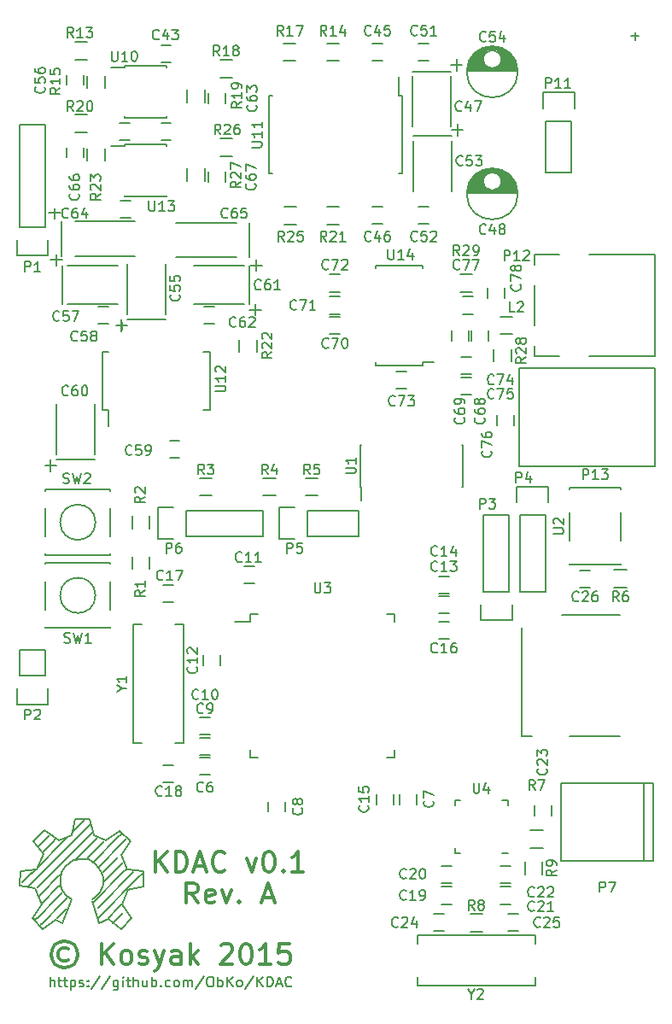
<source format=gto>
G04 #@! TF.FileFunction,Legend,Top*
%FSLAX46Y46*%
G04 Gerber Fmt 4.6, Leading zero omitted, Abs format (unit mm)*
G04 Created by KiCad (PCBNEW (2015-05-12 BZR 5652)-product) date Ср 27 май 2015 12:57:51*
%MOMM*%
G01*
G04 APERTURE LIST*
%ADD10C,0.100000*%
%ADD11C,0.150000*%
%ADD12C,0.300000*%
G04 APERTURE END LIST*
D10*
D11*
X4747619Y3447619D02*
X4747619Y4447619D01*
X5176191Y3447619D02*
X5176191Y3971429D01*
X5128572Y4066667D01*
X5033334Y4114286D01*
X4890476Y4114286D01*
X4795238Y4066667D01*
X4747619Y4019048D01*
X5509524Y4114286D02*
X5890476Y4114286D01*
X5652381Y4447619D02*
X5652381Y3590476D01*
X5700000Y3495238D01*
X5795238Y3447619D01*
X5890476Y3447619D01*
X6080953Y4114286D02*
X6461905Y4114286D01*
X6223810Y4447619D02*
X6223810Y3590476D01*
X6271429Y3495238D01*
X6366667Y3447619D01*
X6461905Y3447619D01*
X6795239Y4114286D02*
X6795239Y3114286D01*
X6795239Y4066667D02*
X6890477Y4114286D01*
X7080954Y4114286D01*
X7176192Y4066667D01*
X7223811Y4019048D01*
X7271430Y3923810D01*
X7271430Y3638095D01*
X7223811Y3542857D01*
X7176192Y3495238D01*
X7080954Y3447619D01*
X6890477Y3447619D01*
X6795239Y3495238D01*
X7652382Y3495238D02*
X7747620Y3447619D01*
X7938096Y3447619D01*
X8033335Y3495238D01*
X8080954Y3590476D01*
X8080954Y3638095D01*
X8033335Y3733333D01*
X7938096Y3780952D01*
X7795239Y3780952D01*
X7700001Y3828571D01*
X7652382Y3923810D01*
X7652382Y3971429D01*
X7700001Y4066667D01*
X7795239Y4114286D01*
X7938096Y4114286D01*
X8033335Y4066667D01*
X8509525Y3542857D02*
X8557144Y3495238D01*
X8509525Y3447619D01*
X8461906Y3495238D01*
X8509525Y3542857D01*
X8509525Y3447619D01*
X8509525Y4066667D02*
X8557144Y4019048D01*
X8509525Y3971429D01*
X8461906Y4019048D01*
X8509525Y4066667D01*
X8509525Y3971429D01*
X9700001Y4495238D02*
X8842858Y3209524D01*
X10747620Y4495238D02*
X9890477Y3209524D01*
X11509525Y4114286D02*
X11509525Y3304762D01*
X11461906Y3209524D01*
X11414287Y3161905D01*
X11319048Y3114286D01*
X11176191Y3114286D01*
X11080953Y3161905D01*
X11509525Y3495238D02*
X11414287Y3447619D01*
X11223810Y3447619D01*
X11128572Y3495238D01*
X11080953Y3542857D01*
X11033334Y3638095D01*
X11033334Y3923810D01*
X11080953Y4019048D01*
X11128572Y4066667D01*
X11223810Y4114286D01*
X11414287Y4114286D01*
X11509525Y4066667D01*
X11985715Y3447619D02*
X11985715Y4114286D01*
X11985715Y4447619D02*
X11938096Y4400000D01*
X11985715Y4352381D01*
X12033334Y4400000D01*
X11985715Y4447619D01*
X11985715Y4352381D01*
X12319048Y4114286D02*
X12700000Y4114286D01*
X12461905Y4447619D02*
X12461905Y3590476D01*
X12509524Y3495238D01*
X12604762Y3447619D01*
X12700000Y3447619D01*
X13033334Y3447619D02*
X13033334Y4447619D01*
X13461906Y3447619D02*
X13461906Y3971429D01*
X13414287Y4066667D01*
X13319049Y4114286D01*
X13176191Y4114286D01*
X13080953Y4066667D01*
X13033334Y4019048D01*
X14366668Y4114286D02*
X14366668Y3447619D01*
X13938096Y4114286D02*
X13938096Y3590476D01*
X13985715Y3495238D01*
X14080953Y3447619D01*
X14223811Y3447619D01*
X14319049Y3495238D01*
X14366668Y3542857D01*
X14842858Y3447619D02*
X14842858Y4447619D01*
X14842858Y4066667D02*
X14938096Y4114286D01*
X15128573Y4114286D01*
X15223811Y4066667D01*
X15271430Y4019048D01*
X15319049Y3923810D01*
X15319049Y3638095D01*
X15271430Y3542857D01*
X15223811Y3495238D01*
X15128573Y3447619D01*
X14938096Y3447619D01*
X14842858Y3495238D01*
X15747620Y3542857D02*
X15795239Y3495238D01*
X15747620Y3447619D01*
X15700001Y3495238D01*
X15747620Y3542857D01*
X15747620Y3447619D01*
X16652382Y3495238D02*
X16557144Y3447619D01*
X16366667Y3447619D01*
X16271429Y3495238D01*
X16223810Y3542857D01*
X16176191Y3638095D01*
X16176191Y3923810D01*
X16223810Y4019048D01*
X16271429Y4066667D01*
X16366667Y4114286D01*
X16557144Y4114286D01*
X16652382Y4066667D01*
X17223810Y3447619D02*
X17128572Y3495238D01*
X17080953Y3542857D01*
X17033334Y3638095D01*
X17033334Y3923810D01*
X17080953Y4019048D01*
X17128572Y4066667D01*
X17223810Y4114286D01*
X17366668Y4114286D01*
X17461906Y4066667D01*
X17509525Y4019048D01*
X17557144Y3923810D01*
X17557144Y3638095D01*
X17509525Y3542857D01*
X17461906Y3495238D01*
X17366668Y3447619D01*
X17223810Y3447619D01*
X17985715Y3447619D02*
X17985715Y4114286D01*
X17985715Y4019048D02*
X18033334Y4066667D01*
X18128572Y4114286D01*
X18271430Y4114286D01*
X18366668Y4066667D01*
X18414287Y3971429D01*
X18414287Y3447619D01*
X18414287Y3971429D02*
X18461906Y4066667D01*
X18557144Y4114286D01*
X18700001Y4114286D01*
X18795239Y4066667D01*
X18842858Y3971429D01*
X18842858Y3447619D01*
X20033334Y4495238D02*
X19176191Y3209524D01*
X20557143Y4447619D02*
X20747620Y4447619D01*
X20842858Y4400000D01*
X20938096Y4304762D01*
X20985715Y4114286D01*
X20985715Y3780952D01*
X20938096Y3590476D01*
X20842858Y3495238D01*
X20747620Y3447619D01*
X20557143Y3447619D01*
X20461905Y3495238D01*
X20366667Y3590476D01*
X20319048Y3780952D01*
X20319048Y4114286D01*
X20366667Y4304762D01*
X20461905Y4400000D01*
X20557143Y4447619D01*
X21414286Y3447619D02*
X21414286Y4447619D01*
X21414286Y4066667D02*
X21509524Y4114286D01*
X21700001Y4114286D01*
X21795239Y4066667D01*
X21842858Y4019048D01*
X21890477Y3923810D01*
X21890477Y3638095D01*
X21842858Y3542857D01*
X21795239Y3495238D01*
X21700001Y3447619D01*
X21509524Y3447619D01*
X21414286Y3495238D01*
X22319048Y3447619D02*
X22319048Y4447619D01*
X22890477Y3447619D02*
X22461905Y4019048D01*
X22890477Y4447619D02*
X22319048Y3876190D01*
X23461905Y3447619D02*
X23366667Y3495238D01*
X23319048Y3542857D01*
X23271429Y3638095D01*
X23271429Y3923810D01*
X23319048Y4019048D01*
X23366667Y4066667D01*
X23461905Y4114286D01*
X23604763Y4114286D01*
X23700001Y4066667D01*
X23747620Y4019048D01*
X23795239Y3923810D01*
X23795239Y3638095D01*
X23747620Y3542857D01*
X23700001Y3495238D01*
X23604763Y3447619D01*
X23461905Y3447619D01*
X24938096Y4495238D02*
X24080953Y3209524D01*
X25271429Y3447619D02*
X25271429Y4447619D01*
X25842858Y3447619D02*
X25414286Y4019048D01*
X25842858Y4447619D02*
X25271429Y3876190D01*
X26271429Y3447619D02*
X26271429Y4447619D01*
X26509524Y4447619D01*
X26652382Y4400000D01*
X26747620Y4304762D01*
X26795239Y4209524D01*
X26842858Y4019048D01*
X26842858Y3876190D01*
X26795239Y3685714D01*
X26747620Y3590476D01*
X26652382Y3495238D01*
X26509524Y3447619D01*
X26271429Y3447619D01*
X27223810Y3733333D02*
X27700001Y3733333D01*
X27128572Y3447619D02*
X27461905Y4447619D01*
X27795239Y3447619D01*
X28700001Y3542857D02*
X28652382Y3495238D01*
X28509525Y3447619D01*
X28414287Y3447619D01*
X28271429Y3495238D01*
X28176191Y3590476D01*
X28128572Y3685714D01*
X28080953Y3876190D01*
X28080953Y4019048D01*
X28128572Y4209524D01*
X28176191Y4304762D01*
X28271429Y4400000D01*
X28414287Y4447619D01*
X28509525Y4447619D01*
X28652382Y4400000D01*
X28700001Y4352381D01*
D12*
X6557142Y7219048D02*
X6366666Y7314286D01*
X5985714Y7314286D01*
X5795237Y7219048D01*
X5604761Y7028571D01*
X5509523Y6838095D01*
X5509523Y6457143D01*
X5604761Y6266667D01*
X5795237Y6076190D01*
X5985714Y5980952D01*
X6366666Y5980952D01*
X6557142Y6076190D01*
X6176190Y7980952D02*
X5699999Y7885714D01*
X5223809Y7600000D01*
X4938094Y7123810D01*
X4842856Y6647619D01*
X4938094Y6171429D01*
X5223809Y5695238D01*
X5699999Y5409524D01*
X6176190Y5314286D01*
X6652380Y5409524D01*
X7128571Y5695238D01*
X7414285Y6171429D01*
X7509523Y6647619D01*
X7414285Y7123810D01*
X7128571Y7600000D01*
X6652380Y7885714D01*
X6176190Y7980952D01*
X9890475Y5695238D02*
X9890475Y7695238D01*
X11033333Y5695238D02*
X10176190Y6838095D01*
X11033333Y7695238D02*
X9890475Y6552381D01*
X12176190Y5695238D02*
X11985714Y5790476D01*
X11890475Y5885714D01*
X11795237Y6076190D01*
X11795237Y6647619D01*
X11890475Y6838095D01*
X11985714Y6933333D01*
X12176190Y7028571D01*
X12461904Y7028571D01*
X12652380Y6933333D01*
X12747618Y6838095D01*
X12842856Y6647619D01*
X12842856Y6076190D01*
X12747618Y5885714D01*
X12652380Y5790476D01*
X12461904Y5695238D01*
X12176190Y5695238D01*
X13604761Y5790476D02*
X13795238Y5695238D01*
X14176190Y5695238D01*
X14366666Y5790476D01*
X14461904Y5980952D01*
X14461904Y6076190D01*
X14366666Y6266667D01*
X14176190Y6361905D01*
X13890476Y6361905D01*
X13699999Y6457143D01*
X13604761Y6647619D01*
X13604761Y6742857D01*
X13699999Y6933333D01*
X13890476Y7028571D01*
X14176190Y7028571D01*
X14366666Y6933333D01*
X15128571Y7028571D02*
X15604762Y5695238D01*
X16080952Y7028571D02*
X15604762Y5695238D01*
X15414286Y5219048D01*
X15319047Y5123810D01*
X15128571Y5028571D01*
X17700000Y5695238D02*
X17700000Y6742857D01*
X17604762Y6933333D01*
X17414286Y7028571D01*
X17033334Y7028571D01*
X16842857Y6933333D01*
X17700000Y5790476D02*
X17509524Y5695238D01*
X17033334Y5695238D01*
X16842857Y5790476D01*
X16747619Y5980952D01*
X16747619Y6171429D01*
X16842857Y6361905D01*
X17033334Y6457143D01*
X17509524Y6457143D01*
X17700000Y6552381D01*
X18652381Y5695238D02*
X18652381Y7695238D01*
X18842858Y6457143D02*
X19414286Y5695238D01*
X19414286Y7028571D02*
X18652381Y6266667D01*
X21700001Y7504762D02*
X21795239Y7600000D01*
X21985716Y7695238D01*
X22461906Y7695238D01*
X22652382Y7600000D01*
X22747620Y7504762D01*
X22842859Y7314286D01*
X22842859Y7123810D01*
X22747620Y6838095D01*
X21604763Y5695238D01*
X22842859Y5695238D01*
X24080954Y7695238D02*
X24271430Y7695238D01*
X24461906Y7600000D01*
X24557144Y7504762D01*
X24652382Y7314286D01*
X24747621Y6933333D01*
X24747621Y6457143D01*
X24652382Y6076190D01*
X24557144Y5885714D01*
X24461906Y5790476D01*
X24271430Y5695238D01*
X24080954Y5695238D01*
X23890478Y5790476D01*
X23795240Y5885714D01*
X23700001Y6076190D01*
X23604763Y6457143D01*
X23604763Y6933333D01*
X23700001Y7314286D01*
X23795240Y7504762D01*
X23890478Y7600000D01*
X24080954Y7695238D01*
X26652383Y5695238D02*
X25509525Y5695238D01*
X26080954Y5695238D02*
X26080954Y7695238D01*
X25890478Y7409524D01*
X25700002Y7219048D01*
X25509525Y7123810D01*
X28461906Y7695238D02*
X27509525Y7695238D01*
X27414287Y6742857D01*
X27509525Y6838095D01*
X27700002Y6933333D01*
X28176192Y6933333D01*
X28366668Y6838095D01*
X28461906Y6742857D01*
X28557145Y6552381D01*
X28557145Y6076190D01*
X28461906Y5885714D01*
X28366668Y5790476D01*
X28176192Y5695238D01*
X27700002Y5695238D01*
X27509525Y5790476D01*
X27414287Y5885714D01*
X15214285Y14845238D02*
X15214285Y16845238D01*
X16357143Y14845238D02*
X15500000Y15988095D01*
X16357143Y16845238D02*
X15214285Y15702381D01*
X17214285Y14845238D02*
X17214285Y16845238D01*
X17690476Y16845238D01*
X17976190Y16750000D01*
X18166666Y16559524D01*
X18261905Y16369048D01*
X18357143Y15988095D01*
X18357143Y15702381D01*
X18261905Y15321429D01*
X18166666Y15130952D01*
X17976190Y14940476D01*
X17690476Y14845238D01*
X17214285Y14845238D01*
X19119047Y15416667D02*
X20071428Y15416667D01*
X18928571Y14845238D02*
X19595238Y16845238D01*
X20261905Y14845238D01*
X22071429Y15035714D02*
X21976191Y14940476D01*
X21690476Y14845238D01*
X21500000Y14845238D01*
X21214286Y14940476D01*
X21023810Y15130952D01*
X20928571Y15321429D01*
X20833333Y15702381D01*
X20833333Y15988095D01*
X20928571Y16369048D01*
X21023810Y16559524D01*
X21214286Y16750000D01*
X21500000Y16845238D01*
X21690476Y16845238D01*
X21976191Y16750000D01*
X22071429Y16654762D01*
X24261905Y16178571D02*
X24738096Y14845238D01*
X25214286Y16178571D01*
X26357144Y16845238D02*
X26547620Y16845238D01*
X26738096Y16750000D01*
X26833334Y16654762D01*
X26928572Y16464286D01*
X27023811Y16083333D01*
X27023811Y15607143D01*
X26928572Y15226190D01*
X26833334Y15035714D01*
X26738096Y14940476D01*
X26547620Y14845238D01*
X26357144Y14845238D01*
X26166668Y14940476D01*
X26071430Y15035714D01*
X25976191Y15226190D01*
X25880953Y15607143D01*
X25880953Y16083333D01*
X25976191Y16464286D01*
X26071430Y16654762D01*
X26166668Y16750000D01*
X26357144Y16845238D01*
X27880953Y15035714D02*
X27976192Y14940476D01*
X27880953Y14845238D01*
X27785715Y14940476D01*
X27880953Y15035714D01*
X27880953Y14845238D01*
X29880954Y14845238D02*
X28738096Y14845238D01*
X29309525Y14845238D02*
X29309525Y16845238D01*
X29119049Y16559524D01*
X28928573Y16369048D01*
X28738096Y16273810D01*
X19404762Y11745238D02*
X18738095Y12697619D01*
X18261904Y11745238D02*
X18261904Y13745238D01*
X19023809Y13745238D01*
X19214285Y13650000D01*
X19309524Y13554762D01*
X19404762Y13364286D01*
X19404762Y13078571D01*
X19309524Y12888095D01*
X19214285Y12792857D01*
X19023809Y12697619D01*
X18261904Y12697619D01*
X21023809Y11840476D02*
X20833333Y11745238D01*
X20452381Y11745238D01*
X20261904Y11840476D01*
X20166666Y12030952D01*
X20166666Y12792857D01*
X20261904Y12983333D01*
X20452381Y13078571D01*
X20833333Y13078571D01*
X21023809Y12983333D01*
X21119047Y12792857D01*
X21119047Y12602381D01*
X20166666Y12411905D01*
X21785714Y13078571D02*
X22261905Y11745238D01*
X22738095Y13078571D01*
X23500000Y11935714D02*
X23595239Y11840476D01*
X23500000Y11745238D01*
X23404762Y11840476D01*
X23500000Y11935714D01*
X23500000Y11745238D01*
X25880953Y12316667D02*
X26833334Y12316667D01*
X25690477Y11745238D02*
X26357144Y13745238D01*
X27023811Y11745238D01*
D11*
X25275000Y67600000D02*
X25275000Y66400000D01*
X23525000Y66400000D02*
X23525000Y67600000D01*
X41725000Y65025000D02*
X41725000Y65350000D01*
X37075000Y65025000D02*
X37075000Y65350000D01*
X37075000Y74975000D02*
X37075000Y74650000D01*
X41725000Y74975000D02*
X41725000Y74650000D01*
X41725000Y65025000D02*
X37075000Y65025000D01*
X41725000Y74975000D02*
X37075000Y74975000D01*
X41725000Y65350000D02*
X42800000Y65350000D01*
X5350080Y55750260D02*
X9149920Y55750260D01*
X5350080Y61249360D02*
X5350080Y56250640D01*
X9149920Y61246820D02*
X9149920Y56248100D01*
X4247720Y55148280D02*
X5347540Y55148280D01*
X4748100Y54548840D02*
X4748100Y55747720D01*
X9925000Y60625000D02*
X10575000Y60625000D01*
X9925000Y66375000D02*
X10575000Y66375000D01*
X20575000Y66375000D02*
X19925000Y66375000D01*
X20575000Y60625000D02*
X19925000Y60625000D01*
X9925000Y60625000D02*
X9925000Y66375000D01*
X20575000Y60625000D02*
X20575000Y66375000D01*
X10575000Y60625000D02*
X10575000Y59025000D01*
X56250000Y28300000D02*
X61250000Y28300000D01*
X51500000Y28300000D02*
X52500000Y28300000D01*
X51500000Y39050000D02*
X51500000Y28300000D01*
X61250000Y40300000D02*
X55500000Y40300000D01*
X30270000Y48130000D02*
X35350000Y48130000D01*
X35350000Y48130000D02*
X35350000Y50670000D01*
X35350000Y50670000D02*
X30270000Y50670000D01*
X27450000Y50950000D02*
X29000000Y50950000D01*
X30270000Y50670000D02*
X30270000Y48130000D01*
X29000000Y47850000D02*
X27450000Y47850000D01*
X27450000Y47850000D02*
X27450000Y50950000D01*
X43300000Y37950000D02*
X44300000Y37950000D01*
X44300000Y39650000D02*
X43300000Y39650000D01*
X19600000Y26450000D02*
X20600000Y26450000D01*
X20600000Y28150000D02*
X19600000Y28150000D01*
X63599180Y15949360D02*
X63599180Y23650640D01*
X64599940Y15949360D02*
X64599940Y23650640D01*
X64599940Y23650640D02*
X55400060Y23650640D01*
X55400060Y23650640D02*
X55400060Y15949360D01*
X55400060Y15949360D02*
X64599940Y15949360D01*
X19600000Y24450000D02*
X20600000Y24450000D01*
X20600000Y26150000D02*
X19600000Y26150000D01*
X41100000Y21550000D02*
X41100000Y22550000D01*
X39400000Y22550000D02*
X39400000Y21550000D01*
X28100000Y20800000D02*
X28100000Y21800000D01*
X26400000Y21800000D02*
X26400000Y20800000D01*
X19600000Y28450000D02*
X20600000Y28450000D01*
X20600000Y30150000D02*
X19600000Y30150000D01*
X25000000Y45150000D02*
X24000000Y45150000D01*
X24000000Y43450000D02*
X25000000Y43450000D01*
X19900000Y36300000D02*
X19900000Y35300000D01*
X21600000Y35300000D02*
X21600000Y36300000D01*
X44300000Y42150000D02*
X43300000Y42150000D01*
X43300000Y40450000D02*
X44300000Y40450000D01*
X44300000Y44150000D02*
X43300000Y44150000D01*
X43300000Y42450000D02*
X44300000Y42450000D01*
X37150000Y22550000D02*
X37150000Y21550000D01*
X38850000Y21550000D02*
X38850000Y22550000D01*
X17000000Y43250000D02*
X16000000Y43250000D01*
X16000000Y41550000D02*
X17000000Y41550000D01*
X17000000Y25450000D02*
X16000000Y25450000D01*
X16000000Y23750000D02*
X17000000Y23750000D01*
X44600000Y13350000D02*
X43600000Y13350000D01*
X43600000Y11650000D02*
X44600000Y11650000D01*
X44600000Y15450000D02*
X43600000Y15450000D01*
X43600000Y13750000D02*
X44600000Y13750000D01*
X49400000Y11650000D02*
X50400000Y11650000D01*
X50400000Y13350000D02*
X49400000Y13350000D01*
X49400000Y13750000D02*
X50400000Y13750000D01*
X50400000Y15450000D02*
X49400000Y15450000D01*
X52750000Y21400000D02*
X52750000Y20400000D01*
X54450000Y20400000D02*
X54450000Y21400000D01*
X42800000Y8950000D02*
X43800000Y8950000D01*
X43800000Y10650000D02*
X42800000Y10650000D01*
X51200000Y10650000D02*
X50200000Y10650000D01*
X50200000Y8950000D02*
X51200000Y8950000D01*
X16750000Y96800000D02*
X15750000Y96800000D01*
X15750000Y95100000D02*
X16750000Y95100000D01*
X16750000Y89100000D02*
X15750000Y89100000D01*
X15750000Y87400000D02*
X16750000Y87400000D01*
X36700000Y95250000D02*
X37700000Y95250000D01*
X37700000Y96950000D02*
X36700000Y96950000D01*
X36700000Y79050000D02*
X37700000Y79050000D01*
X37700000Y80750000D02*
X36700000Y80750000D01*
X44499920Y94199740D02*
X40700080Y94199740D01*
X44499920Y88700640D02*
X44499920Y93699360D01*
X40700080Y88703180D02*
X40700080Y93701900D01*
X45602280Y94801720D02*
X44502460Y94801720D01*
X45101900Y95401160D02*
X45101900Y94202280D01*
X46101000Y82125000D02*
X51099000Y82125000D01*
X46109000Y82265000D02*
X51091000Y82265000D01*
X46125000Y82405000D02*
X48505000Y82405000D01*
X48695000Y82405000D02*
X51075000Y82405000D01*
X46149000Y82545000D02*
X48110000Y82545000D01*
X49090000Y82545000D02*
X51051000Y82545000D01*
X46182000Y82685000D02*
X47943000Y82685000D01*
X49257000Y82685000D02*
X51018000Y82685000D01*
X46223000Y82825000D02*
X47836000Y82825000D01*
X49364000Y82825000D02*
X50977000Y82825000D01*
X46273000Y82965000D02*
X47765000Y82965000D01*
X49435000Y82965000D02*
X50927000Y82965000D01*
X46334000Y83105000D02*
X47721000Y83105000D01*
X49479000Y83105000D02*
X50866000Y83105000D01*
X46404000Y83245000D02*
X47702000Y83245000D01*
X49498000Y83245000D02*
X50796000Y83245000D01*
X46486000Y83385000D02*
X47704000Y83385000D01*
X49496000Y83385000D02*
X50714000Y83385000D01*
X46581000Y83525000D02*
X47729000Y83525000D01*
X49471000Y83525000D02*
X50619000Y83525000D01*
X46692000Y83665000D02*
X47777000Y83665000D01*
X49423000Y83665000D02*
X50508000Y83665000D01*
X46820000Y83805000D02*
X47855000Y83805000D01*
X49345000Y83805000D02*
X50380000Y83805000D01*
X46969000Y83945000D02*
X47972000Y83945000D01*
X49228000Y83945000D02*
X50231000Y83945000D01*
X47148000Y84085000D02*
X48160000Y84085000D01*
X49040000Y84085000D02*
X50052000Y84085000D01*
X47367000Y84225000D02*
X49833000Y84225000D01*
X47656000Y84365000D02*
X49544000Y84365000D01*
X48128000Y84505000D02*
X49072000Y84505000D01*
X49500000Y83300000D02*
G75*
G03X49500000Y83300000I-900000J0D01*
G01*
X51137500Y82050000D02*
G75*
G03X51137500Y82050000I-2537500J0D01*
G01*
X12650000Y89100000D02*
X11650000Y89100000D01*
X11650000Y87400000D02*
X12650000Y87400000D01*
X12750000Y81400000D02*
X11750000Y81400000D01*
X11750000Y79700000D02*
X12750000Y79700000D01*
X42300000Y96950000D02*
X41300000Y96950000D01*
X41300000Y95250000D02*
X42300000Y95250000D01*
X42300000Y80750000D02*
X41300000Y80750000D01*
X41300000Y79050000D02*
X42300000Y79050000D01*
X44599920Y87799740D02*
X40800080Y87799740D01*
X44599920Y82300640D02*
X44599920Y87299360D01*
X40800080Y82303180D02*
X40800080Y87301900D01*
X45702280Y88401720D02*
X44602460Y88401720D01*
X45201900Y89001160D02*
X45201900Y87802280D01*
X46101000Y94225000D02*
X51099000Y94225000D01*
X46109000Y94365000D02*
X51091000Y94365000D01*
X46125000Y94505000D02*
X48505000Y94505000D01*
X48695000Y94505000D02*
X51075000Y94505000D01*
X46149000Y94645000D02*
X48110000Y94645000D01*
X49090000Y94645000D02*
X51051000Y94645000D01*
X46182000Y94785000D02*
X47943000Y94785000D01*
X49257000Y94785000D02*
X51018000Y94785000D01*
X46223000Y94925000D02*
X47836000Y94925000D01*
X49364000Y94925000D02*
X50977000Y94925000D01*
X46273000Y95065000D02*
X47765000Y95065000D01*
X49435000Y95065000D02*
X50927000Y95065000D01*
X46334000Y95205000D02*
X47721000Y95205000D01*
X49479000Y95205000D02*
X50866000Y95205000D01*
X46404000Y95345000D02*
X47702000Y95345000D01*
X49498000Y95345000D02*
X50796000Y95345000D01*
X46486000Y95485000D02*
X47704000Y95485000D01*
X49496000Y95485000D02*
X50714000Y95485000D01*
X46581000Y95625000D02*
X47729000Y95625000D01*
X49471000Y95625000D02*
X50619000Y95625000D01*
X46692000Y95765000D02*
X47777000Y95765000D01*
X49423000Y95765000D02*
X50508000Y95765000D01*
X46820000Y95905000D02*
X47855000Y95905000D01*
X49345000Y95905000D02*
X50380000Y95905000D01*
X46969000Y96045000D02*
X47972000Y96045000D01*
X49228000Y96045000D02*
X50231000Y96045000D01*
X47148000Y96185000D02*
X48160000Y96185000D01*
X49040000Y96185000D02*
X50052000Y96185000D01*
X47367000Y96325000D02*
X49833000Y96325000D01*
X47656000Y96465000D02*
X49544000Y96465000D01*
X48128000Y96605000D02*
X49072000Y96605000D01*
X49500000Y95400000D02*
G75*
G03X49500000Y95400000I-900000J0D01*
G01*
X51137500Y94150000D02*
G75*
G03X51137500Y94150000I-2537500J0D01*
G01*
X12400080Y69600260D02*
X16199920Y69600260D01*
X12400080Y75099360D02*
X12400080Y70100640D01*
X16199920Y75096820D02*
X16199920Y70098100D01*
X11297720Y68998280D02*
X12397540Y68998280D01*
X11798100Y68398840D02*
X11798100Y69597720D01*
X8050000Y92850000D02*
X8050000Y93850000D01*
X6350000Y93850000D02*
X6350000Y92850000D01*
X6000260Y74899920D02*
X6000260Y71100080D01*
X11499360Y74899920D02*
X6500640Y74899920D01*
X11496820Y71100080D02*
X6498100Y71100080D01*
X5398280Y76002280D02*
X5398280Y74902460D01*
X4798840Y75501900D02*
X5997720Y75501900D01*
X9500000Y69150000D02*
X10500000Y69150000D01*
X10500000Y70850000D02*
X9500000Y70850000D01*
X16600000Y55850000D02*
X17600000Y55850000D01*
X17600000Y57550000D02*
X16600000Y57550000D01*
X24499740Y71100080D02*
X24499740Y74899920D01*
X19000640Y71100080D02*
X23999360Y71100080D01*
X19003180Y74899920D02*
X24001900Y74899920D01*
X25101720Y69997720D02*
X25101720Y71097540D01*
X25701160Y70498100D02*
X24502280Y70498100D01*
X21000000Y70850000D02*
X20000000Y70850000D01*
X20000000Y69150000D02*
X21000000Y69150000D01*
X22150000Y91050000D02*
X22150000Y92050000D01*
X20450000Y92050000D02*
X20450000Y91050000D01*
X5899780Y79299260D02*
X5899780Y75900740D01*
X13199740Y75900740D02*
X7200260Y75900740D01*
X13199740Y79299260D02*
X7200260Y79299260D01*
X5198740Y80653080D02*
X5198740Y79553260D01*
X4599300Y80152700D02*
X5798180Y80152700D01*
X24500220Y75800740D02*
X24500220Y79199260D01*
X17200260Y79199260D02*
X23199740Y79199260D01*
X17200260Y75800740D02*
X23199740Y75800740D01*
X25201260Y74446920D02*
X25201260Y75546740D01*
X25800700Y74947300D02*
X24601820Y74947300D01*
X8050000Y85650000D02*
X8050000Y86650000D01*
X6350000Y86650000D02*
X6350000Y85650000D01*
X22150000Y83250000D02*
X22150000Y84250000D01*
X20450000Y84250000D02*
X20450000Y83250000D01*
X48250000Y67500000D02*
X48250000Y68500000D01*
X46550000Y68500000D02*
X46550000Y67500000D01*
X46250000Y67500000D02*
X46250000Y68500000D01*
X44550000Y68500000D02*
X44550000Y67500000D01*
X32500000Y68150000D02*
X33500000Y68150000D01*
X33500000Y69850000D02*
X32500000Y69850000D01*
X32500000Y70150000D02*
X33500000Y70150000D01*
X33500000Y71850000D02*
X32500000Y71850000D01*
X32500000Y72350000D02*
X33500000Y72350000D01*
X33500000Y74050000D02*
X32500000Y74050000D01*
X39100000Y62750000D02*
X40100000Y62750000D01*
X40100000Y64450000D02*
X39100000Y64450000D01*
X46500000Y65850000D02*
X45500000Y65850000D01*
X45500000Y64150000D02*
X46500000Y64150000D01*
X46500000Y63850000D02*
X45500000Y63850000D01*
X45500000Y62150000D02*
X46500000Y62150000D01*
X49050000Y60100000D02*
X49050000Y59100000D01*
X50750000Y59100000D02*
X50750000Y60100000D01*
X46700000Y71850000D02*
X45700000Y71850000D01*
X45700000Y70150000D02*
X46700000Y70150000D01*
X49850000Y71700000D02*
X49850000Y72700000D01*
X48150000Y72700000D02*
X48150000Y71700000D01*
X49400000Y69875000D02*
X50600000Y69875000D01*
X50600000Y68125000D02*
X49400000Y68125000D01*
X4550000Y77500000D02*
X4550000Y75950000D01*
X4550000Y75950000D02*
X1450000Y75950000D01*
X1450000Y75950000D02*
X1450000Y77500000D01*
X1730000Y78770000D02*
X1730000Y88930000D01*
X1730000Y88930000D02*
X4270000Y88930000D01*
X4270000Y88930000D02*
X4270000Y78770000D01*
X1730000Y78770000D02*
X4270000Y78770000D01*
X1730000Y34270000D02*
X1730000Y36810000D01*
X1450000Y31450000D02*
X1450000Y33000000D01*
X1730000Y34270000D02*
X4270000Y34270000D01*
X4550000Y33000000D02*
X4550000Y31450000D01*
X4550000Y31450000D02*
X1450000Y31450000D01*
X4270000Y34270000D02*
X4270000Y36810000D01*
X4270000Y36810000D02*
X1730000Y36810000D01*
X50270000Y42590000D02*
X50270000Y50210000D01*
X47730000Y42590000D02*
X47730000Y50210000D01*
X47450000Y39770000D02*
X47450000Y41320000D01*
X50270000Y50210000D02*
X47730000Y50210000D01*
X47730000Y42590000D02*
X50270000Y42590000D01*
X50550000Y41320000D02*
X50550000Y39770000D01*
X50550000Y39770000D02*
X47450000Y39770000D01*
X51330000Y50210000D02*
X51330000Y42590000D01*
X53870000Y50210000D02*
X53870000Y42590000D01*
X54150000Y53030000D02*
X54150000Y51480000D01*
X51330000Y42590000D02*
X53870000Y42590000D01*
X53870000Y50210000D02*
X51330000Y50210000D01*
X51050000Y51480000D02*
X51050000Y53030000D01*
X51050000Y53030000D02*
X54150000Y53030000D01*
X18270000Y48130000D02*
X25890000Y48130000D01*
X18270000Y50670000D02*
X25890000Y50670000D01*
X15450000Y50950000D02*
X17000000Y50950000D01*
X25890000Y48130000D02*
X25890000Y50670000D01*
X18270000Y50670000D02*
X18270000Y48130000D01*
X17000000Y47850000D02*
X15450000Y47850000D01*
X15450000Y47850000D02*
X15450000Y50950000D01*
X53930000Y89270000D02*
X53930000Y84190000D01*
X53930000Y84190000D02*
X56470000Y84190000D01*
X56470000Y84190000D02*
X56470000Y89270000D01*
X56750000Y92090000D02*
X56750000Y90540000D01*
X56470000Y89270000D02*
X53930000Y89270000D01*
X53650000Y90540000D02*
X53650000Y92090000D01*
X53650000Y92090000D02*
X56750000Y92090000D01*
X12875000Y44900000D02*
X12875000Y46100000D01*
X14625000Y46100000D02*
X14625000Y44900000D01*
X14625000Y50100000D02*
X14625000Y48900000D01*
X12875000Y48900000D02*
X12875000Y50100000D01*
X20800000Y52125000D02*
X19600000Y52125000D01*
X19600000Y53875000D02*
X20800000Y53875000D01*
X25900000Y53875000D02*
X27100000Y53875000D01*
X27100000Y52125000D02*
X25900000Y52125000D01*
X30100000Y53875000D02*
X31300000Y53875000D01*
X31300000Y52125000D02*
X30100000Y52125000D01*
X61900000Y43025000D02*
X60700000Y43025000D01*
X60700000Y44775000D02*
X61900000Y44775000D01*
X52400000Y18975000D02*
X53600000Y18975000D01*
X53600000Y17225000D02*
X52400000Y17225000D01*
X47600000Y8925000D02*
X46400000Y8925000D01*
X46400000Y10675000D02*
X47600000Y10675000D01*
X51825000Y14600000D02*
X51825000Y15800000D01*
X53575000Y15800000D02*
X53575000Y14600000D01*
X7200000Y97125000D02*
X8400000Y97125000D01*
X8400000Y95375000D02*
X7200000Y95375000D01*
X33400000Y95225000D02*
X32200000Y95225000D01*
X32200000Y96975000D02*
X33400000Y96975000D01*
X8425000Y92550000D02*
X8425000Y93750000D01*
X10175000Y93750000D02*
X10175000Y92550000D01*
X29100000Y95225000D02*
X27900000Y95225000D01*
X27900000Y96975000D02*
X29100000Y96975000D01*
X21650000Y95325000D02*
X22850000Y95325000D01*
X22850000Y93575000D02*
X21650000Y93575000D01*
X18325000Y91150000D02*
X18325000Y92350000D01*
X20075000Y92350000D02*
X20075000Y91150000D01*
X7200000Y89925000D02*
X8400000Y89925000D01*
X8400000Y88175000D02*
X7200000Y88175000D01*
X33400000Y79025000D02*
X32200000Y79025000D01*
X32200000Y80775000D02*
X33400000Y80775000D01*
X8425000Y85350000D02*
X8425000Y86550000D01*
X10175000Y86550000D02*
X10175000Y85350000D01*
X29200000Y79025000D02*
X28000000Y79025000D01*
X28000000Y80775000D02*
X29200000Y80775000D01*
X21650000Y87525000D02*
X22850000Y87525000D01*
X22850000Y85775000D02*
X21650000Y85775000D01*
X18325000Y83350000D02*
X18325000Y84550000D01*
X20075000Y84550000D02*
X20075000Y83350000D01*
X50475000Y66650000D02*
X50475000Y65450000D01*
X48725000Y65450000D02*
X48725000Y66650000D01*
X46600000Y72325000D02*
X45400000Y72325000D01*
X45400000Y74075000D02*
X46600000Y74075000D01*
X9250714Y42250000D02*
G75*
G03X9250714Y42250000I-1750714J0D01*
G01*
X4275000Y39025000D02*
X4275000Y39150000D01*
X4275000Y45475000D02*
X4275000Y45350000D01*
X10725000Y45475000D02*
X10725000Y45350000D01*
X10725000Y39150000D02*
X10725000Y39025000D01*
X4275000Y40850000D02*
X4275000Y43650000D01*
X10725000Y39025000D02*
X4275000Y39025000D01*
X10725000Y40850000D02*
X10725000Y43650000D01*
X10725000Y45475000D02*
X4275000Y45475000D01*
X9250714Y49500000D02*
G75*
G03X9250714Y49500000I-1750714J0D01*
G01*
X10725000Y52725000D02*
X10725000Y52600000D01*
X10725000Y46275000D02*
X10725000Y46400000D01*
X4275000Y46275000D02*
X4275000Y46400000D01*
X4275000Y52600000D02*
X4275000Y52725000D01*
X10725000Y50900000D02*
X10725000Y48100000D01*
X4275000Y52725000D02*
X10725000Y52725000D01*
X4275000Y50900000D02*
X4275000Y48100000D01*
X4275000Y46275000D02*
X10725000Y46275000D01*
X35525000Y53025000D02*
X35630000Y53025000D01*
X35525000Y57175000D02*
X35630000Y57175000D01*
X45675000Y57175000D02*
X45570000Y57175000D01*
X45675000Y53025000D02*
X45570000Y53025000D01*
X35525000Y53025000D02*
X35525000Y57175000D01*
X45675000Y53025000D02*
X45675000Y57175000D01*
X35630000Y53025000D02*
X35630000Y51650000D01*
X56260000Y47703000D02*
X56260000Y50497000D01*
X61340000Y45290000D02*
X61340000Y45417000D01*
X61340000Y50497000D02*
X61340000Y47703000D01*
X61340000Y52910000D02*
X61340000Y52783000D01*
X56260000Y52783000D02*
X56260000Y52910000D01*
X56260000Y45417000D02*
X56260000Y45290000D01*
X61340000Y45290000D02*
X56260000Y45290000D01*
X56260000Y52910000D02*
X61340000Y52910000D01*
X24625000Y40425000D02*
X24625000Y39665000D01*
X38875000Y40425000D02*
X38875000Y39665000D01*
X38875000Y26175000D02*
X38875000Y26935000D01*
X24625000Y26175000D02*
X24625000Y26935000D01*
X24625000Y40425000D02*
X25385000Y40425000D01*
X24625000Y26175000D02*
X25385000Y26175000D01*
X38875000Y26175000D02*
X38115000Y26175000D01*
X38875000Y40425000D02*
X38115000Y40425000D01*
X24625000Y39665000D02*
X23100000Y39665000D01*
X44875000Y16675000D02*
X44875000Y17200000D01*
X50125000Y21925000D02*
X50125000Y21400000D01*
X44875000Y21925000D02*
X44875000Y21400000D01*
X50125000Y16675000D02*
X49600000Y16675000D01*
X50125000Y21925000D02*
X49600000Y21925000D01*
X44875000Y21925000D02*
X45400000Y21925000D01*
X44875000Y16675000D02*
X45400000Y16675000D01*
X12175000Y94725000D02*
X12175000Y94580000D01*
X16325000Y94725000D02*
X16325000Y94580000D01*
X16325000Y89575000D02*
X16325000Y89720000D01*
X12175000Y89575000D02*
X12175000Y89720000D01*
X12175000Y94725000D02*
X16325000Y94725000D01*
X12175000Y89575000D02*
X16325000Y89575000D01*
X12175000Y94580000D02*
X10775000Y94580000D01*
X12175000Y86925000D02*
X12175000Y86780000D01*
X16325000Y86925000D02*
X16325000Y86780000D01*
X16325000Y81775000D02*
X16325000Y81920000D01*
X12175000Y81775000D02*
X12175000Y81920000D01*
X12175000Y86925000D02*
X16325000Y86925000D01*
X12175000Y81775000D02*
X16325000Y81775000D01*
X12175000Y86780000D02*
X10775000Y86780000D01*
X13000640Y39349620D02*
X13000640Y27650380D01*
X17999360Y27650380D02*
X17999360Y39349620D01*
X13000640Y27650380D02*
X13849000Y27650380D01*
X17999360Y27650380D02*
X17151000Y27650380D01*
X13000640Y39349620D02*
X13849000Y39349620D01*
X17999360Y39349620D02*
X17151000Y39349620D01*
X41150380Y3550640D02*
X52849620Y3550640D01*
X52849620Y8549360D02*
X41150380Y8549360D01*
X52849620Y3550640D02*
X52849620Y4399000D01*
X52849620Y8549360D02*
X52849620Y7701000D01*
X41150380Y3550640D02*
X41150380Y4399000D01*
X41150380Y8549360D02*
X41150380Y7701000D01*
X58300000Y44750000D02*
X57300000Y44750000D01*
X57300000Y43050000D02*
X58300000Y43050000D01*
X64750000Y66000000D02*
X58250000Y66000000D01*
X52750000Y66000000D02*
X55250000Y66000000D01*
X52750000Y76000000D02*
X55250000Y76000000D01*
X64750000Y76000000D02*
X58250000Y76000000D01*
X52750000Y67000000D02*
X52750000Y66000000D01*
X52750000Y73000000D02*
X52750000Y69000000D01*
X52750000Y76000000D02*
X52750000Y75000000D01*
X64750000Y76000000D02*
X64750000Y66000000D01*
X51250000Y64750000D02*
X64750000Y64750000D01*
X64750000Y64750000D02*
X64750000Y55050000D01*
X64750000Y55050000D02*
X51250000Y55050000D01*
X51250000Y55050000D02*
X51250000Y64750000D01*
X39625000Y91825000D02*
X39290000Y91825000D01*
X39625000Y84075000D02*
X39290000Y84075000D01*
X26475000Y84075000D02*
X26810000Y84075000D01*
X26475000Y91825000D02*
X26810000Y91825000D01*
X39625000Y91825000D02*
X39625000Y84075000D01*
X26475000Y91825000D02*
X26475000Y84075000D01*
X39290000Y91825000D02*
X39290000Y93625000D01*
X8500380Y19284520D02*
X2599960Y13384100D01*
X2899680Y14684580D02*
X3400060Y15184960D01*
X7499620Y16284780D02*
X7199900Y15985060D01*
X5500640Y13285040D02*
X5698760Y13485700D01*
X4499880Y18283760D02*
X4700540Y18484420D01*
X3999500Y17785920D02*
X3600720Y17384600D01*
X5000260Y17785920D02*
X5299980Y18085640D01*
X6001020Y17785920D02*
X6498860Y18283760D01*
X8000000Y19784900D02*
X8200660Y19985560D01*
X8500380Y19284520D02*
X8800100Y19584240D01*
X8500380Y18283760D02*
X9000760Y18784140D01*
X9998980Y17785920D02*
X10100580Y17884980D01*
X9000760Y17785920D02*
X9399540Y18184700D01*
X11500120Y18283760D02*
X11799840Y18586020D01*
X12000500Y17785920D02*
X12300220Y18085640D01*
X3999500Y12784660D02*
X3699780Y12484940D01*
X5500640Y14285800D02*
X5800360Y14585520D01*
X3400060Y10285300D02*
X3199400Y10084640D01*
X5500640Y12284280D02*
X6001020Y12784660D01*
X3999500Y9784920D02*
X3798840Y9584260D01*
X6001020Y11783900D02*
X6498860Y12284280D01*
X6001020Y10785680D02*
X6399800Y11184460D01*
X11500120Y15284020D02*
X12000500Y15784400D01*
X12000500Y14786180D02*
X12300220Y15085900D01*
X11500120Y11286060D02*
X11898900Y11684840D01*
X13499100Y14285800D02*
X13900420Y14684580D01*
X12000500Y10785680D02*
X10999740Y9784920D01*
X11500120Y11286060D02*
X10499360Y10285300D01*
X13499100Y14285800D02*
X9501140Y10285300D01*
X13001260Y14786180D02*
X9501140Y11286060D01*
X12000500Y14786180D02*
X9000760Y11783900D01*
X6001020Y10785680D02*
X5500640Y10285300D01*
X6001020Y11783900D02*
X3999500Y9784920D01*
X5500640Y12284280D02*
X3499120Y10285300D01*
X5500640Y13285040D02*
X3999500Y11783900D01*
X5500640Y14285800D02*
X3999500Y12784660D01*
X8000000Y19784900D02*
X6999240Y18784140D01*
X4499880Y18283760D02*
X3999500Y17785920D01*
X5000260Y17785920D02*
X3999500Y16785160D01*
X2998740Y14786180D02*
X2000520Y13785420D01*
X6001020Y17785920D02*
X3499120Y15284020D01*
X8500380Y18283760D02*
X3499120Y13285040D01*
X11500120Y15284020D02*
X9998980Y13785420D01*
X11500120Y16284780D02*
X9998980Y14786180D01*
X9000760Y17785920D02*
X7499620Y16284780D01*
X12000500Y17785920D02*
X9501140Y15284020D01*
X11500120Y18283760D02*
X9000760Y15784400D01*
X9998980Y17785920D02*
X8500380Y16284780D01*
X6900180Y12083620D02*
X6399800Y12484940D01*
X6399800Y12484940D02*
X6001020Y12985320D01*
X6001020Y12985320D02*
X5800360Y13485700D01*
X5800360Y13485700D02*
X5800360Y14184200D01*
X5800360Y14184200D02*
X5901960Y14783640D01*
X5901960Y14783640D02*
X6300740Y15385620D01*
X6300740Y15385620D02*
X7100840Y15985060D01*
X7100840Y15985060D02*
X7900940Y16084120D01*
X7900940Y16084120D02*
X8601980Y16084120D01*
X8601980Y16084120D02*
X9300480Y15583740D01*
X9300480Y15583740D02*
X9800860Y14885240D01*
X9800860Y14885240D02*
X10001520Y14285800D01*
X10001520Y14285800D02*
X10001520Y13584760D01*
X10001520Y13584760D02*
X9701800Y12784660D01*
X9701800Y12784660D02*
X9201420Y12284280D01*
X9201420Y12284280D02*
X8901700Y12083620D01*
X8901700Y11984560D02*
X9651000Y9734120D01*
X9651000Y9734120D02*
X10501900Y10183700D01*
X10501900Y10183700D02*
X11799840Y9185480D01*
X11799840Y9185480D02*
X12800600Y10285300D01*
X12800600Y10285300D02*
X11901440Y11585780D01*
X11901440Y11585780D02*
X12401820Y12883720D01*
X12401820Y12883720D02*
X12401820Y13084380D01*
X12401820Y13084380D02*
X14002020Y13384100D01*
X14002020Y13384100D02*
X14002020Y14885240D01*
X14002020Y14885240D02*
X12401820Y15083360D01*
X12401820Y15083360D02*
X11799840Y16485440D01*
X11799840Y16485440D02*
X12701540Y17884980D01*
X12701540Y17884980D02*
X11601720Y18885740D01*
X11601720Y18885740D02*
X10301240Y17984040D01*
X10301240Y17984040D02*
X9099820Y18484420D01*
X9099820Y18484420D02*
X8701040Y20084620D01*
X8701040Y20084620D02*
X7199900Y20084620D01*
X7199900Y20084620D02*
X6900180Y18484420D01*
X6900180Y18484420D02*
X5599700Y17984040D01*
X5599700Y17984040D02*
X4200160Y18984800D01*
X4200160Y18984800D02*
X3100340Y17884980D01*
X3100340Y17884980D02*
X4101100Y16584500D01*
X4101100Y16584500D02*
X3400060Y15083360D01*
X3400060Y15083360D02*
X1799860Y14885240D01*
X1799860Y14885240D02*
X1700800Y13485700D01*
X1700800Y13485700D02*
X3301000Y13183440D01*
X3301000Y13183440D02*
X3900440Y11585780D01*
X3900440Y11585780D02*
X3001280Y10285300D01*
X3001280Y10285300D02*
X4002040Y9185480D01*
X4002040Y9185480D02*
X5299980Y10084640D01*
X5299980Y10084640D02*
X6001020Y9784920D01*
X6001020Y9784920D02*
X6900180Y12083620D01*
X26752381Y66357143D02*
X26276190Y66023809D01*
X26752381Y65785714D02*
X25752381Y65785714D01*
X25752381Y66166667D01*
X25800000Y66261905D01*
X25847619Y66309524D01*
X25942857Y66357143D01*
X26085714Y66357143D01*
X26180952Y66309524D01*
X26228571Y66261905D01*
X26276190Y66166667D01*
X26276190Y65785714D01*
X25847619Y66738095D02*
X25800000Y66785714D01*
X25752381Y66880952D01*
X25752381Y67119048D01*
X25800000Y67214286D01*
X25847619Y67261905D01*
X25942857Y67309524D01*
X26038095Y67309524D01*
X26180952Y67261905D01*
X26752381Y66690476D01*
X26752381Y67309524D01*
X25847619Y67690476D02*
X25800000Y67738095D01*
X25752381Y67833333D01*
X25752381Y68071429D01*
X25800000Y68166667D01*
X25847619Y68214286D01*
X25942857Y68261905D01*
X26038095Y68261905D01*
X26180952Y68214286D01*
X26752381Y67642857D01*
X26752381Y68261905D01*
X38261905Y76547619D02*
X38261905Y75738095D01*
X38309524Y75642857D01*
X38357143Y75595238D01*
X38452381Y75547619D01*
X38642858Y75547619D01*
X38738096Y75595238D01*
X38785715Y75642857D01*
X38833334Y75738095D01*
X38833334Y76547619D01*
X39833334Y75547619D02*
X39261905Y75547619D01*
X39547619Y75547619D02*
X39547619Y76547619D01*
X39452381Y76404762D01*
X39357143Y76309524D01*
X39261905Y76261905D01*
X40690477Y76214286D02*
X40690477Y75547619D01*
X40452381Y76595238D02*
X40214286Y75880952D01*
X40833334Y75880952D01*
X6557143Y62142857D02*
X6509524Y62095238D01*
X6366667Y62047619D01*
X6271429Y62047619D01*
X6128571Y62095238D01*
X6033333Y62190476D01*
X5985714Y62285714D01*
X5938095Y62476190D01*
X5938095Y62619048D01*
X5985714Y62809524D01*
X6033333Y62904762D01*
X6128571Y63000000D01*
X6271429Y63047619D01*
X6366667Y63047619D01*
X6509524Y63000000D01*
X6557143Y62952381D01*
X7414286Y63047619D02*
X7223809Y63047619D01*
X7128571Y63000000D01*
X7080952Y62952381D01*
X6985714Y62809524D01*
X6938095Y62619048D01*
X6938095Y62238095D01*
X6985714Y62142857D01*
X7033333Y62095238D01*
X7128571Y62047619D01*
X7319048Y62047619D01*
X7414286Y62095238D01*
X7461905Y62142857D01*
X7509524Y62238095D01*
X7509524Y62476190D01*
X7461905Y62571429D01*
X7414286Y62619048D01*
X7319048Y62666667D01*
X7128571Y62666667D01*
X7033333Y62619048D01*
X6985714Y62571429D01*
X6938095Y62476190D01*
X8128571Y63047619D02*
X8223810Y63047619D01*
X8319048Y63000000D01*
X8366667Y62952381D01*
X8414286Y62857143D01*
X8461905Y62666667D01*
X8461905Y62428571D01*
X8414286Y62238095D01*
X8366667Y62142857D01*
X8319048Y62095238D01*
X8223810Y62047619D01*
X8128571Y62047619D01*
X8033333Y62095238D01*
X7985714Y62142857D01*
X7938095Y62238095D01*
X7890476Y62428571D01*
X7890476Y62666667D01*
X7938095Y62857143D01*
X7985714Y62952381D01*
X8033333Y63000000D01*
X8128571Y63047619D01*
X21152381Y62461905D02*
X21961905Y62461905D01*
X22057143Y62509524D01*
X22104762Y62557143D01*
X22152381Y62652381D01*
X22152381Y62842858D01*
X22104762Y62938096D01*
X22057143Y62985715D01*
X21961905Y63033334D01*
X21152381Y63033334D01*
X22152381Y64033334D02*
X22152381Y63461905D01*
X22152381Y63747619D02*
X21152381Y63747619D01*
X21295238Y63652381D01*
X21390476Y63557143D01*
X21438095Y63461905D01*
X21247619Y64414286D02*
X21200000Y64461905D01*
X21152381Y64557143D01*
X21152381Y64795239D01*
X21200000Y64890477D01*
X21247619Y64938096D01*
X21342857Y64985715D01*
X21438095Y64985715D01*
X21580952Y64938096D01*
X22152381Y64366667D01*
X22152381Y64985715D01*
X28261905Y46447619D02*
X28261905Y47447619D01*
X28642858Y47447619D01*
X28738096Y47400000D01*
X28785715Y47352381D01*
X28833334Y47257143D01*
X28833334Y47114286D01*
X28785715Y47019048D01*
X28738096Y46971429D01*
X28642858Y46923810D01*
X28261905Y46923810D01*
X29738096Y47447619D02*
X29261905Y47447619D01*
X29214286Y46971429D01*
X29261905Y47019048D01*
X29357143Y47066667D01*
X29595239Y47066667D01*
X29690477Y47019048D01*
X29738096Y46971429D01*
X29785715Y46876190D01*
X29785715Y46638095D01*
X29738096Y46542857D01*
X29690477Y46495238D01*
X29595239Y46447619D01*
X29357143Y46447619D01*
X29261905Y46495238D01*
X29214286Y46542857D01*
X43157143Y36642857D02*
X43109524Y36595238D01*
X42966667Y36547619D01*
X42871429Y36547619D01*
X42728571Y36595238D01*
X42633333Y36690476D01*
X42585714Y36785714D01*
X42538095Y36976190D01*
X42538095Y37119048D01*
X42585714Y37309524D01*
X42633333Y37404762D01*
X42728571Y37500000D01*
X42871429Y37547619D01*
X42966667Y37547619D01*
X43109524Y37500000D01*
X43157143Y37452381D01*
X44109524Y36547619D02*
X43538095Y36547619D01*
X43823809Y36547619D02*
X43823809Y37547619D01*
X43728571Y37404762D01*
X43633333Y37309524D01*
X43538095Y37261905D01*
X44966667Y37547619D02*
X44776190Y37547619D01*
X44680952Y37500000D01*
X44633333Y37452381D01*
X44538095Y37309524D01*
X44490476Y37119048D01*
X44490476Y36738095D01*
X44538095Y36642857D01*
X44585714Y36595238D01*
X44680952Y36547619D01*
X44871429Y36547619D01*
X44966667Y36595238D01*
X45014286Y36642857D01*
X45061905Y36738095D01*
X45061905Y36976190D01*
X45014286Y37071429D01*
X44966667Y37119048D01*
X44871429Y37166667D01*
X44680952Y37166667D01*
X44585714Y37119048D01*
X44538095Y37071429D01*
X44490476Y36976190D01*
X19933334Y30642857D02*
X19885715Y30595238D01*
X19742858Y30547619D01*
X19647620Y30547619D01*
X19504762Y30595238D01*
X19409524Y30690476D01*
X19361905Y30785714D01*
X19314286Y30976190D01*
X19314286Y31119048D01*
X19361905Y31309524D01*
X19409524Y31404762D01*
X19504762Y31500000D01*
X19647620Y31547619D01*
X19742858Y31547619D01*
X19885715Y31500000D01*
X19933334Y31452381D01*
X20409524Y30547619D02*
X20600000Y30547619D01*
X20695239Y30595238D01*
X20742858Y30642857D01*
X20838096Y30785714D01*
X20885715Y30976190D01*
X20885715Y31357143D01*
X20838096Y31452381D01*
X20790477Y31500000D01*
X20695239Y31547619D01*
X20504762Y31547619D01*
X20409524Y31500000D01*
X20361905Y31452381D01*
X20314286Y31357143D01*
X20314286Y31119048D01*
X20361905Y31023810D01*
X20409524Y30976190D01*
X20504762Y30928571D01*
X20695239Y30928571D01*
X20790477Y30976190D01*
X20838096Y31023810D01*
X20885715Y31119048D01*
X59261905Y12847619D02*
X59261905Y13847619D01*
X59642858Y13847619D01*
X59738096Y13800000D01*
X59785715Y13752381D01*
X59833334Y13657143D01*
X59833334Y13514286D01*
X59785715Y13419048D01*
X59738096Y13371429D01*
X59642858Y13323810D01*
X59261905Y13323810D01*
X60166667Y13847619D02*
X60833334Y13847619D01*
X60404762Y12847619D01*
X19933334Y22842857D02*
X19885715Y22795238D01*
X19742858Y22747619D01*
X19647620Y22747619D01*
X19504762Y22795238D01*
X19409524Y22890476D01*
X19361905Y22985714D01*
X19314286Y23176190D01*
X19314286Y23319048D01*
X19361905Y23509524D01*
X19409524Y23604762D01*
X19504762Y23700000D01*
X19647620Y23747619D01*
X19742858Y23747619D01*
X19885715Y23700000D01*
X19933334Y23652381D01*
X20790477Y23747619D02*
X20600000Y23747619D01*
X20504762Y23700000D01*
X20457143Y23652381D01*
X20361905Y23509524D01*
X20314286Y23319048D01*
X20314286Y22938095D01*
X20361905Y22842857D01*
X20409524Y22795238D01*
X20504762Y22747619D01*
X20695239Y22747619D01*
X20790477Y22795238D01*
X20838096Y22842857D01*
X20885715Y22938095D01*
X20885715Y23176190D01*
X20838096Y23271429D01*
X20790477Y23319048D01*
X20695239Y23366667D01*
X20504762Y23366667D01*
X20409524Y23319048D01*
X20361905Y23271429D01*
X20314286Y23176190D01*
X42707143Y21883334D02*
X42754762Y21835715D01*
X42802381Y21692858D01*
X42802381Y21597620D01*
X42754762Y21454762D01*
X42659524Y21359524D01*
X42564286Y21311905D01*
X42373810Y21264286D01*
X42230952Y21264286D01*
X42040476Y21311905D01*
X41945238Y21359524D01*
X41850000Y21454762D01*
X41802381Y21597620D01*
X41802381Y21692858D01*
X41850000Y21835715D01*
X41897619Y21883334D01*
X41802381Y22216667D02*
X41802381Y22883334D01*
X42802381Y22454762D01*
X29707143Y21133334D02*
X29754762Y21085715D01*
X29802381Y20942858D01*
X29802381Y20847620D01*
X29754762Y20704762D01*
X29659524Y20609524D01*
X29564286Y20561905D01*
X29373810Y20514286D01*
X29230952Y20514286D01*
X29040476Y20561905D01*
X28945238Y20609524D01*
X28850000Y20704762D01*
X28802381Y20847620D01*
X28802381Y20942858D01*
X28850000Y21085715D01*
X28897619Y21133334D01*
X29230952Y21704762D02*
X29183333Y21609524D01*
X29135714Y21561905D01*
X29040476Y21514286D01*
X28992857Y21514286D01*
X28897619Y21561905D01*
X28850000Y21609524D01*
X28802381Y21704762D01*
X28802381Y21895239D01*
X28850000Y21990477D01*
X28897619Y22038096D01*
X28992857Y22085715D01*
X29040476Y22085715D01*
X29135714Y22038096D01*
X29183333Y21990477D01*
X29230952Y21895239D01*
X29230952Y21704762D01*
X29278571Y21609524D01*
X29326190Y21561905D01*
X29421429Y21514286D01*
X29611905Y21514286D01*
X29707143Y21561905D01*
X29754762Y21609524D01*
X29802381Y21704762D01*
X29802381Y21895239D01*
X29754762Y21990477D01*
X29707143Y22038096D01*
X29611905Y22085715D01*
X29421429Y22085715D01*
X29326190Y22038096D01*
X29278571Y21990477D01*
X29230952Y21895239D01*
X19457143Y32042857D02*
X19409524Y31995238D01*
X19266667Y31947619D01*
X19171429Y31947619D01*
X19028571Y31995238D01*
X18933333Y32090476D01*
X18885714Y32185714D01*
X18838095Y32376190D01*
X18838095Y32519048D01*
X18885714Y32709524D01*
X18933333Y32804762D01*
X19028571Y32900000D01*
X19171429Y32947619D01*
X19266667Y32947619D01*
X19409524Y32900000D01*
X19457143Y32852381D01*
X20409524Y31947619D02*
X19838095Y31947619D01*
X20123809Y31947619D02*
X20123809Y32947619D01*
X20028571Y32804762D01*
X19933333Y32709524D01*
X19838095Y32661905D01*
X21028571Y32947619D02*
X21123810Y32947619D01*
X21219048Y32900000D01*
X21266667Y32852381D01*
X21314286Y32757143D01*
X21361905Y32566667D01*
X21361905Y32328571D01*
X21314286Y32138095D01*
X21266667Y32042857D01*
X21219048Y31995238D01*
X21123810Y31947619D01*
X21028571Y31947619D01*
X20933333Y31995238D01*
X20885714Y32042857D01*
X20838095Y32138095D01*
X20790476Y32328571D01*
X20790476Y32566667D01*
X20838095Y32757143D01*
X20885714Y32852381D01*
X20933333Y32900000D01*
X21028571Y32947619D01*
X23757143Y45642857D02*
X23709524Y45595238D01*
X23566667Y45547619D01*
X23471429Y45547619D01*
X23328571Y45595238D01*
X23233333Y45690476D01*
X23185714Y45785714D01*
X23138095Y45976190D01*
X23138095Y46119048D01*
X23185714Y46309524D01*
X23233333Y46404762D01*
X23328571Y46500000D01*
X23471429Y46547619D01*
X23566667Y46547619D01*
X23709524Y46500000D01*
X23757143Y46452381D01*
X24709524Y45547619D02*
X24138095Y45547619D01*
X24423809Y45547619D02*
X24423809Y46547619D01*
X24328571Y46404762D01*
X24233333Y46309524D01*
X24138095Y46261905D01*
X25661905Y45547619D02*
X25090476Y45547619D01*
X25376190Y45547619D02*
X25376190Y46547619D01*
X25280952Y46404762D01*
X25185714Y46309524D01*
X25090476Y46261905D01*
X19257143Y35157143D02*
X19304762Y35109524D01*
X19352381Y34966667D01*
X19352381Y34871429D01*
X19304762Y34728571D01*
X19209524Y34633333D01*
X19114286Y34585714D01*
X18923810Y34538095D01*
X18780952Y34538095D01*
X18590476Y34585714D01*
X18495238Y34633333D01*
X18400000Y34728571D01*
X18352381Y34871429D01*
X18352381Y34966667D01*
X18400000Y35109524D01*
X18447619Y35157143D01*
X19352381Y36109524D02*
X19352381Y35538095D01*
X19352381Y35823809D02*
X18352381Y35823809D01*
X18495238Y35728571D01*
X18590476Y35633333D01*
X18638095Y35538095D01*
X18447619Y36490476D02*
X18400000Y36538095D01*
X18352381Y36633333D01*
X18352381Y36871429D01*
X18400000Y36966667D01*
X18447619Y37014286D01*
X18542857Y37061905D01*
X18638095Y37061905D01*
X18780952Y37014286D01*
X19352381Y36442857D01*
X19352381Y37061905D01*
X43157143Y44742857D02*
X43109524Y44695238D01*
X42966667Y44647619D01*
X42871429Y44647619D01*
X42728571Y44695238D01*
X42633333Y44790476D01*
X42585714Y44885714D01*
X42538095Y45076190D01*
X42538095Y45219048D01*
X42585714Y45409524D01*
X42633333Y45504762D01*
X42728571Y45600000D01*
X42871429Y45647619D01*
X42966667Y45647619D01*
X43109524Y45600000D01*
X43157143Y45552381D01*
X44109524Y44647619D02*
X43538095Y44647619D01*
X43823809Y44647619D02*
X43823809Y45647619D01*
X43728571Y45504762D01*
X43633333Y45409524D01*
X43538095Y45361905D01*
X44442857Y45647619D02*
X45061905Y45647619D01*
X44728571Y45266667D01*
X44871429Y45266667D01*
X44966667Y45219048D01*
X45014286Y45171429D01*
X45061905Y45076190D01*
X45061905Y44838095D01*
X45014286Y44742857D01*
X44966667Y44695238D01*
X44871429Y44647619D01*
X44585714Y44647619D01*
X44490476Y44695238D01*
X44442857Y44742857D01*
X43157143Y46242857D02*
X43109524Y46195238D01*
X42966667Y46147619D01*
X42871429Y46147619D01*
X42728571Y46195238D01*
X42633333Y46290476D01*
X42585714Y46385714D01*
X42538095Y46576190D01*
X42538095Y46719048D01*
X42585714Y46909524D01*
X42633333Y47004762D01*
X42728571Y47100000D01*
X42871429Y47147619D01*
X42966667Y47147619D01*
X43109524Y47100000D01*
X43157143Y47052381D01*
X44109524Y46147619D02*
X43538095Y46147619D01*
X43823809Y46147619D02*
X43823809Y47147619D01*
X43728571Y47004762D01*
X43633333Y46909524D01*
X43538095Y46861905D01*
X44966667Y46814286D02*
X44966667Y46147619D01*
X44728571Y47195238D02*
X44490476Y46480952D01*
X45109524Y46480952D01*
X36257143Y21407143D02*
X36304762Y21359524D01*
X36352381Y21216667D01*
X36352381Y21121429D01*
X36304762Y20978571D01*
X36209524Y20883333D01*
X36114286Y20835714D01*
X35923810Y20788095D01*
X35780952Y20788095D01*
X35590476Y20835714D01*
X35495238Y20883333D01*
X35400000Y20978571D01*
X35352381Y21121429D01*
X35352381Y21216667D01*
X35400000Y21359524D01*
X35447619Y21407143D01*
X36352381Y22359524D02*
X36352381Y21788095D01*
X36352381Y22073809D02*
X35352381Y22073809D01*
X35495238Y21978571D01*
X35590476Y21883333D01*
X35638095Y21788095D01*
X35352381Y23264286D02*
X35352381Y22788095D01*
X35828571Y22740476D01*
X35780952Y22788095D01*
X35733333Y22883333D01*
X35733333Y23121429D01*
X35780952Y23216667D01*
X35828571Y23264286D01*
X35923810Y23311905D01*
X36161905Y23311905D01*
X36257143Y23264286D01*
X36304762Y23216667D01*
X36352381Y23121429D01*
X36352381Y22883333D01*
X36304762Y22788095D01*
X36257143Y22740476D01*
X15957143Y43842857D02*
X15909524Y43795238D01*
X15766667Y43747619D01*
X15671429Y43747619D01*
X15528571Y43795238D01*
X15433333Y43890476D01*
X15385714Y43985714D01*
X15338095Y44176190D01*
X15338095Y44319048D01*
X15385714Y44509524D01*
X15433333Y44604762D01*
X15528571Y44700000D01*
X15671429Y44747619D01*
X15766667Y44747619D01*
X15909524Y44700000D01*
X15957143Y44652381D01*
X16909524Y43747619D02*
X16338095Y43747619D01*
X16623809Y43747619D02*
X16623809Y44747619D01*
X16528571Y44604762D01*
X16433333Y44509524D01*
X16338095Y44461905D01*
X17242857Y44747619D02*
X17909524Y44747619D01*
X17480952Y43747619D01*
X15857143Y22442857D02*
X15809524Y22395238D01*
X15666667Y22347619D01*
X15571429Y22347619D01*
X15428571Y22395238D01*
X15333333Y22490476D01*
X15285714Y22585714D01*
X15238095Y22776190D01*
X15238095Y22919048D01*
X15285714Y23109524D01*
X15333333Y23204762D01*
X15428571Y23300000D01*
X15571429Y23347619D01*
X15666667Y23347619D01*
X15809524Y23300000D01*
X15857143Y23252381D01*
X16809524Y22347619D02*
X16238095Y22347619D01*
X16523809Y22347619D02*
X16523809Y23347619D01*
X16428571Y23204762D01*
X16333333Y23109524D01*
X16238095Y23061905D01*
X17380952Y22919048D02*
X17285714Y22966667D01*
X17238095Y23014286D01*
X17190476Y23109524D01*
X17190476Y23157143D01*
X17238095Y23252381D01*
X17285714Y23300000D01*
X17380952Y23347619D01*
X17571429Y23347619D01*
X17666667Y23300000D01*
X17714286Y23252381D01*
X17761905Y23157143D01*
X17761905Y23109524D01*
X17714286Y23014286D01*
X17666667Y22966667D01*
X17571429Y22919048D01*
X17380952Y22919048D01*
X17285714Y22871429D01*
X17238095Y22823810D01*
X17190476Y22728571D01*
X17190476Y22538095D01*
X17238095Y22442857D01*
X17285714Y22395238D01*
X17380952Y22347619D01*
X17571429Y22347619D01*
X17666667Y22395238D01*
X17714286Y22442857D01*
X17761905Y22538095D01*
X17761905Y22728571D01*
X17714286Y22823810D01*
X17666667Y22871429D01*
X17571429Y22919048D01*
X40057143Y12142857D02*
X40009524Y12095238D01*
X39866667Y12047619D01*
X39771429Y12047619D01*
X39628571Y12095238D01*
X39533333Y12190476D01*
X39485714Y12285714D01*
X39438095Y12476190D01*
X39438095Y12619048D01*
X39485714Y12809524D01*
X39533333Y12904762D01*
X39628571Y13000000D01*
X39771429Y13047619D01*
X39866667Y13047619D01*
X40009524Y13000000D01*
X40057143Y12952381D01*
X41009524Y12047619D02*
X40438095Y12047619D01*
X40723809Y12047619D02*
X40723809Y13047619D01*
X40628571Y12904762D01*
X40533333Y12809524D01*
X40438095Y12761905D01*
X41485714Y12047619D02*
X41676190Y12047619D01*
X41771429Y12095238D01*
X41819048Y12142857D01*
X41914286Y12285714D01*
X41961905Y12476190D01*
X41961905Y12857143D01*
X41914286Y12952381D01*
X41866667Y13000000D01*
X41771429Y13047619D01*
X41580952Y13047619D01*
X41485714Y13000000D01*
X41438095Y12952381D01*
X41390476Y12857143D01*
X41390476Y12619048D01*
X41438095Y12523810D01*
X41485714Y12476190D01*
X41580952Y12428571D01*
X41771429Y12428571D01*
X41866667Y12476190D01*
X41914286Y12523810D01*
X41961905Y12619048D01*
X40057143Y14242857D02*
X40009524Y14195238D01*
X39866667Y14147619D01*
X39771429Y14147619D01*
X39628571Y14195238D01*
X39533333Y14290476D01*
X39485714Y14385714D01*
X39438095Y14576190D01*
X39438095Y14719048D01*
X39485714Y14909524D01*
X39533333Y15004762D01*
X39628571Y15100000D01*
X39771429Y15147619D01*
X39866667Y15147619D01*
X40009524Y15100000D01*
X40057143Y15052381D01*
X40438095Y15052381D02*
X40485714Y15100000D01*
X40580952Y15147619D01*
X40819048Y15147619D01*
X40914286Y15100000D01*
X40961905Y15052381D01*
X41009524Y14957143D01*
X41009524Y14861905D01*
X40961905Y14719048D01*
X40390476Y14147619D01*
X41009524Y14147619D01*
X41628571Y15147619D02*
X41723810Y15147619D01*
X41819048Y15100000D01*
X41866667Y15052381D01*
X41914286Y14957143D01*
X41961905Y14766667D01*
X41961905Y14528571D01*
X41914286Y14338095D01*
X41866667Y14242857D01*
X41819048Y14195238D01*
X41723810Y14147619D01*
X41628571Y14147619D01*
X41533333Y14195238D01*
X41485714Y14242857D01*
X41438095Y14338095D01*
X41390476Y14528571D01*
X41390476Y14766667D01*
X41438095Y14957143D01*
X41485714Y15052381D01*
X41533333Y15100000D01*
X41628571Y15147619D01*
X52757143Y11042857D02*
X52709524Y10995238D01*
X52566667Y10947619D01*
X52471429Y10947619D01*
X52328571Y10995238D01*
X52233333Y11090476D01*
X52185714Y11185714D01*
X52138095Y11376190D01*
X52138095Y11519048D01*
X52185714Y11709524D01*
X52233333Y11804762D01*
X52328571Y11900000D01*
X52471429Y11947619D01*
X52566667Y11947619D01*
X52709524Y11900000D01*
X52757143Y11852381D01*
X53138095Y11852381D02*
X53185714Y11900000D01*
X53280952Y11947619D01*
X53519048Y11947619D01*
X53614286Y11900000D01*
X53661905Y11852381D01*
X53709524Y11757143D01*
X53709524Y11661905D01*
X53661905Y11519048D01*
X53090476Y10947619D01*
X53709524Y10947619D01*
X54661905Y10947619D02*
X54090476Y10947619D01*
X54376190Y10947619D02*
X54376190Y11947619D01*
X54280952Y11804762D01*
X54185714Y11709524D01*
X54090476Y11661905D01*
X52757143Y12442857D02*
X52709524Y12395238D01*
X52566667Y12347619D01*
X52471429Y12347619D01*
X52328571Y12395238D01*
X52233333Y12490476D01*
X52185714Y12585714D01*
X52138095Y12776190D01*
X52138095Y12919048D01*
X52185714Y13109524D01*
X52233333Y13204762D01*
X52328571Y13300000D01*
X52471429Y13347619D01*
X52566667Y13347619D01*
X52709524Y13300000D01*
X52757143Y13252381D01*
X53138095Y13252381D02*
X53185714Y13300000D01*
X53280952Y13347619D01*
X53519048Y13347619D01*
X53614286Y13300000D01*
X53661905Y13252381D01*
X53709524Y13157143D01*
X53709524Y13061905D01*
X53661905Y12919048D01*
X53090476Y12347619D01*
X53709524Y12347619D01*
X54090476Y13252381D02*
X54138095Y13300000D01*
X54233333Y13347619D01*
X54471429Y13347619D01*
X54566667Y13300000D01*
X54614286Y13252381D01*
X54661905Y13157143D01*
X54661905Y13061905D01*
X54614286Y12919048D01*
X54042857Y12347619D01*
X54661905Y12347619D01*
X53957143Y25057143D02*
X54004762Y25009524D01*
X54052381Y24866667D01*
X54052381Y24771429D01*
X54004762Y24628571D01*
X53909524Y24533333D01*
X53814286Y24485714D01*
X53623810Y24438095D01*
X53480952Y24438095D01*
X53290476Y24485714D01*
X53195238Y24533333D01*
X53100000Y24628571D01*
X53052381Y24771429D01*
X53052381Y24866667D01*
X53100000Y25009524D01*
X53147619Y25057143D01*
X53147619Y25438095D02*
X53100000Y25485714D01*
X53052381Y25580952D01*
X53052381Y25819048D01*
X53100000Y25914286D01*
X53147619Y25961905D01*
X53242857Y26009524D01*
X53338095Y26009524D01*
X53480952Y25961905D01*
X54052381Y25390476D01*
X54052381Y26009524D01*
X53052381Y26342857D02*
X53052381Y26961905D01*
X53433333Y26628571D01*
X53433333Y26771429D01*
X53480952Y26866667D01*
X53528571Y26914286D01*
X53623810Y26961905D01*
X53861905Y26961905D01*
X53957143Y26914286D01*
X54004762Y26866667D01*
X54052381Y26771429D01*
X54052381Y26485714D01*
X54004762Y26390476D01*
X53957143Y26342857D01*
X39257143Y9442857D02*
X39209524Y9395238D01*
X39066667Y9347619D01*
X38971429Y9347619D01*
X38828571Y9395238D01*
X38733333Y9490476D01*
X38685714Y9585714D01*
X38638095Y9776190D01*
X38638095Y9919048D01*
X38685714Y10109524D01*
X38733333Y10204762D01*
X38828571Y10300000D01*
X38971429Y10347619D01*
X39066667Y10347619D01*
X39209524Y10300000D01*
X39257143Y10252381D01*
X39638095Y10252381D02*
X39685714Y10300000D01*
X39780952Y10347619D01*
X40019048Y10347619D01*
X40114286Y10300000D01*
X40161905Y10252381D01*
X40209524Y10157143D01*
X40209524Y10061905D01*
X40161905Y9919048D01*
X39590476Y9347619D01*
X40209524Y9347619D01*
X41066667Y10014286D02*
X41066667Y9347619D01*
X40828571Y10395238D02*
X40590476Y9680952D01*
X41209524Y9680952D01*
X53357143Y9442857D02*
X53309524Y9395238D01*
X53166667Y9347619D01*
X53071429Y9347619D01*
X52928571Y9395238D01*
X52833333Y9490476D01*
X52785714Y9585714D01*
X52738095Y9776190D01*
X52738095Y9919048D01*
X52785714Y10109524D01*
X52833333Y10204762D01*
X52928571Y10300000D01*
X53071429Y10347619D01*
X53166667Y10347619D01*
X53309524Y10300000D01*
X53357143Y10252381D01*
X53738095Y10252381D02*
X53785714Y10300000D01*
X53880952Y10347619D01*
X54119048Y10347619D01*
X54214286Y10300000D01*
X54261905Y10252381D01*
X54309524Y10157143D01*
X54309524Y10061905D01*
X54261905Y9919048D01*
X53690476Y9347619D01*
X54309524Y9347619D01*
X55214286Y10347619D02*
X54738095Y10347619D01*
X54690476Y9871429D01*
X54738095Y9919048D01*
X54833333Y9966667D01*
X55071429Y9966667D01*
X55166667Y9919048D01*
X55214286Y9871429D01*
X55261905Y9776190D01*
X55261905Y9538095D01*
X55214286Y9442857D01*
X55166667Y9395238D01*
X55071429Y9347619D01*
X54833333Y9347619D01*
X54738095Y9395238D01*
X54690476Y9442857D01*
X15557143Y97442857D02*
X15509524Y97395238D01*
X15366667Y97347619D01*
X15271429Y97347619D01*
X15128571Y97395238D01*
X15033333Y97490476D01*
X14985714Y97585714D01*
X14938095Y97776190D01*
X14938095Y97919048D01*
X14985714Y98109524D01*
X15033333Y98204762D01*
X15128571Y98300000D01*
X15271429Y98347619D01*
X15366667Y98347619D01*
X15509524Y98300000D01*
X15557143Y98252381D01*
X16414286Y98014286D02*
X16414286Y97347619D01*
X16176190Y98395238D02*
X15938095Y97680952D01*
X16557143Y97680952D01*
X16842857Y98347619D02*
X17461905Y98347619D01*
X17128571Y97966667D01*
X17271429Y97966667D01*
X17366667Y97919048D01*
X17414286Y97871429D01*
X17461905Y97776190D01*
X17461905Y97538095D01*
X17414286Y97442857D01*
X17366667Y97395238D01*
X17271429Y97347619D01*
X16985714Y97347619D01*
X16890476Y97395238D01*
X16842857Y97442857D01*
X36557143Y97842857D02*
X36509524Y97795238D01*
X36366667Y97747619D01*
X36271429Y97747619D01*
X36128571Y97795238D01*
X36033333Y97890476D01*
X35985714Y97985714D01*
X35938095Y98176190D01*
X35938095Y98319048D01*
X35985714Y98509524D01*
X36033333Y98604762D01*
X36128571Y98700000D01*
X36271429Y98747619D01*
X36366667Y98747619D01*
X36509524Y98700000D01*
X36557143Y98652381D01*
X37414286Y98414286D02*
X37414286Y97747619D01*
X37176190Y98795238D02*
X36938095Y98080952D01*
X37557143Y98080952D01*
X38414286Y98747619D02*
X37938095Y98747619D01*
X37890476Y98271429D01*
X37938095Y98319048D01*
X38033333Y98366667D01*
X38271429Y98366667D01*
X38366667Y98319048D01*
X38414286Y98271429D01*
X38461905Y98176190D01*
X38461905Y97938095D01*
X38414286Y97842857D01*
X38366667Y97795238D01*
X38271429Y97747619D01*
X38033333Y97747619D01*
X37938095Y97795238D01*
X37890476Y97842857D01*
X36557143Y77442857D02*
X36509524Y77395238D01*
X36366667Y77347619D01*
X36271429Y77347619D01*
X36128571Y77395238D01*
X36033333Y77490476D01*
X35985714Y77585714D01*
X35938095Y77776190D01*
X35938095Y77919048D01*
X35985714Y78109524D01*
X36033333Y78204762D01*
X36128571Y78300000D01*
X36271429Y78347619D01*
X36366667Y78347619D01*
X36509524Y78300000D01*
X36557143Y78252381D01*
X37414286Y78014286D02*
X37414286Y77347619D01*
X37176190Y78395238D02*
X36938095Y77680952D01*
X37557143Y77680952D01*
X38366667Y78347619D02*
X38176190Y78347619D01*
X38080952Y78300000D01*
X38033333Y78252381D01*
X37938095Y78109524D01*
X37890476Y77919048D01*
X37890476Y77538095D01*
X37938095Y77442857D01*
X37985714Y77395238D01*
X38080952Y77347619D01*
X38271429Y77347619D01*
X38366667Y77395238D01*
X38414286Y77442857D01*
X38461905Y77538095D01*
X38461905Y77776190D01*
X38414286Y77871429D01*
X38366667Y77919048D01*
X38271429Y77966667D01*
X38080952Y77966667D01*
X37985714Y77919048D01*
X37938095Y77871429D01*
X37890476Y77776190D01*
X45557143Y90342857D02*
X45509524Y90295238D01*
X45366667Y90247619D01*
X45271429Y90247619D01*
X45128571Y90295238D01*
X45033333Y90390476D01*
X44985714Y90485714D01*
X44938095Y90676190D01*
X44938095Y90819048D01*
X44985714Y91009524D01*
X45033333Y91104762D01*
X45128571Y91200000D01*
X45271429Y91247619D01*
X45366667Y91247619D01*
X45509524Y91200000D01*
X45557143Y91152381D01*
X46414286Y90914286D02*
X46414286Y90247619D01*
X46176190Y91295238D02*
X45938095Y90580952D01*
X46557143Y90580952D01*
X46842857Y91247619D02*
X47509524Y91247619D01*
X47080952Y90247619D01*
X47957143Y78142857D02*
X47909524Y78095238D01*
X47766667Y78047619D01*
X47671429Y78047619D01*
X47528571Y78095238D01*
X47433333Y78190476D01*
X47385714Y78285714D01*
X47338095Y78476190D01*
X47338095Y78619048D01*
X47385714Y78809524D01*
X47433333Y78904762D01*
X47528571Y79000000D01*
X47671429Y79047619D01*
X47766667Y79047619D01*
X47909524Y79000000D01*
X47957143Y78952381D01*
X48814286Y78714286D02*
X48814286Y78047619D01*
X48576190Y79095238D02*
X48338095Y78380952D01*
X48957143Y78380952D01*
X49480952Y78619048D02*
X49385714Y78666667D01*
X49338095Y78714286D01*
X49290476Y78809524D01*
X49290476Y78857143D01*
X49338095Y78952381D01*
X49385714Y79000000D01*
X49480952Y79047619D01*
X49671429Y79047619D01*
X49766667Y79000000D01*
X49814286Y78952381D01*
X49861905Y78857143D01*
X49861905Y78809524D01*
X49814286Y78714286D01*
X49766667Y78666667D01*
X49671429Y78619048D01*
X49480952Y78619048D01*
X49385714Y78571429D01*
X49338095Y78523810D01*
X49290476Y78428571D01*
X49290476Y78238095D01*
X49338095Y78142857D01*
X49385714Y78095238D01*
X49480952Y78047619D01*
X49671429Y78047619D01*
X49766667Y78095238D01*
X49814286Y78142857D01*
X49861905Y78238095D01*
X49861905Y78428571D01*
X49814286Y78523810D01*
X49766667Y78571429D01*
X49671429Y78619048D01*
X41157143Y97842857D02*
X41109524Y97795238D01*
X40966667Y97747619D01*
X40871429Y97747619D01*
X40728571Y97795238D01*
X40633333Y97890476D01*
X40585714Y97985714D01*
X40538095Y98176190D01*
X40538095Y98319048D01*
X40585714Y98509524D01*
X40633333Y98604762D01*
X40728571Y98700000D01*
X40871429Y98747619D01*
X40966667Y98747619D01*
X41109524Y98700000D01*
X41157143Y98652381D01*
X42061905Y98747619D02*
X41585714Y98747619D01*
X41538095Y98271429D01*
X41585714Y98319048D01*
X41680952Y98366667D01*
X41919048Y98366667D01*
X42014286Y98319048D01*
X42061905Y98271429D01*
X42109524Y98176190D01*
X42109524Y97938095D01*
X42061905Y97842857D01*
X42014286Y97795238D01*
X41919048Y97747619D01*
X41680952Y97747619D01*
X41585714Y97795238D01*
X41538095Y97842857D01*
X43061905Y97747619D02*
X42490476Y97747619D01*
X42776190Y97747619D02*
X42776190Y98747619D01*
X42680952Y98604762D01*
X42585714Y98509524D01*
X42490476Y98461905D01*
X41157143Y77442857D02*
X41109524Y77395238D01*
X40966667Y77347619D01*
X40871429Y77347619D01*
X40728571Y77395238D01*
X40633333Y77490476D01*
X40585714Y77585714D01*
X40538095Y77776190D01*
X40538095Y77919048D01*
X40585714Y78109524D01*
X40633333Y78204762D01*
X40728571Y78300000D01*
X40871429Y78347619D01*
X40966667Y78347619D01*
X41109524Y78300000D01*
X41157143Y78252381D01*
X42061905Y78347619D02*
X41585714Y78347619D01*
X41538095Y77871429D01*
X41585714Y77919048D01*
X41680952Y77966667D01*
X41919048Y77966667D01*
X42014286Y77919048D01*
X42061905Y77871429D01*
X42109524Y77776190D01*
X42109524Y77538095D01*
X42061905Y77442857D01*
X42014286Y77395238D01*
X41919048Y77347619D01*
X41680952Y77347619D01*
X41585714Y77395238D01*
X41538095Y77442857D01*
X42490476Y78252381D02*
X42538095Y78300000D01*
X42633333Y78347619D01*
X42871429Y78347619D01*
X42966667Y78300000D01*
X43014286Y78252381D01*
X43061905Y78157143D01*
X43061905Y78061905D01*
X43014286Y77919048D01*
X42442857Y77347619D01*
X43061905Y77347619D01*
X45657143Y84942857D02*
X45609524Y84895238D01*
X45466667Y84847619D01*
X45371429Y84847619D01*
X45228571Y84895238D01*
X45133333Y84990476D01*
X45085714Y85085714D01*
X45038095Y85276190D01*
X45038095Y85419048D01*
X45085714Y85609524D01*
X45133333Y85704762D01*
X45228571Y85800000D01*
X45371429Y85847619D01*
X45466667Y85847619D01*
X45609524Y85800000D01*
X45657143Y85752381D01*
X46561905Y85847619D02*
X46085714Y85847619D01*
X46038095Y85371429D01*
X46085714Y85419048D01*
X46180952Y85466667D01*
X46419048Y85466667D01*
X46514286Y85419048D01*
X46561905Y85371429D01*
X46609524Y85276190D01*
X46609524Y85038095D01*
X46561905Y84942857D01*
X46514286Y84895238D01*
X46419048Y84847619D01*
X46180952Y84847619D01*
X46085714Y84895238D01*
X46038095Y84942857D01*
X46942857Y85847619D02*
X47561905Y85847619D01*
X47228571Y85466667D01*
X47371429Y85466667D01*
X47466667Y85419048D01*
X47514286Y85371429D01*
X47561905Y85276190D01*
X47561905Y85038095D01*
X47514286Y84942857D01*
X47466667Y84895238D01*
X47371429Y84847619D01*
X47085714Y84847619D01*
X46990476Y84895238D01*
X46942857Y84942857D01*
X47957143Y97242857D02*
X47909524Y97195238D01*
X47766667Y97147619D01*
X47671429Y97147619D01*
X47528571Y97195238D01*
X47433333Y97290476D01*
X47385714Y97385714D01*
X47338095Y97576190D01*
X47338095Y97719048D01*
X47385714Y97909524D01*
X47433333Y98004762D01*
X47528571Y98100000D01*
X47671429Y98147619D01*
X47766667Y98147619D01*
X47909524Y98100000D01*
X47957143Y98052381D01*
X48861905Y98147619D02*
X48385714Y98147619D01*
X48338095Y97671429D01*
X48385714Y97719048D01*
X48480952Y97766667D01*
X48719048Y97766667D01*
X48814286Y97719048D01*
X48861905Y97671429D01*
X48909524Y97576190D01*
X48909524Y97338095D01*
X48861905Y97242857D01*
X48814286Y97195238D01*
X48719048Y97147619D01*
X48480952Y97147619D01*
X48385714Y97195238D01*
X48338095Y97242857D01*
X49766667Y97814286D02*
X49766667Y97147619D01*
X49528571Y98195238D02*
X49290476Y97480952D01*
X49909524Y97480952D01*
X17557143Y72057143D02*
X17604762Y72009524D01*
X17652381Y71866667D01*
X17652381Y71771429D01*
X17604762Y71628571D01*
X17509524Y71533333D01*
X17414286Y71485714D01*
X17223810Y71438095D01*
X17080952Y71438095D01*
X16890476Y71485714D01*
X16795238Y71533333D01*
X16700000Y71628571D01*
X16652381Y71771429D01*
X16652381Y71866667D01*
X16700000Y72009524D01*
X16747619Y72057143D01*
X16652381Y72961905D02*
X16652381Y72485714D01*
X17128571Y72438095D01*
X17080952Y72485714D01*
X17033333Y72580952D01*
X17033333Y72819048D01*
X17080952Y72914286D01*
X17128571Y72961905D01*
X17223810Y73009524D01*
X17461905Y73009524D01*
X17557143Y72961905D01*
X17604762Y72914286D01*
X17652381Y72819048D01*
X17652381Y72580952D01*
X17604762Y72485714D01*
X17557143Y72438095D01*
X16652381Y73914286D02*
X16652381Y73438095D01*
X17128571Y73390476D01*
X17080952Y73438095D01*
X17033333Y73533333D01*
X17033333Y73771429D01*
X17080952Y73866667D01*
X17128571Y73914286D01*
X17223810Y73961905D01*
X17461905Y73961905D01*
X17557143Y73914286D01*
X17604762Y73866667D01*
X17652381Y73771429D01*
X17652381Y73533333D01*
X17604762Y73438095D01*
X17557143Y73390476D01*
X11872069Y68619868D02*
X11872069Y69381773D01*
X12253021Y69000821D02*
X11491116Y69000821D01*
X4157143Y92657143D02*
X4204762Y92609524D01*
X4252381Y92466667D01*
X4252381Y92371429D01*
X4204762Y92228571D01*
X4109524Y92133333D01*
X4014286Y92085714D01*
X3823810Y92038095D01*
X3680952Y92038095D01*
X3490476Y92085714D01*
X3395238Y92133333D01*
X3300000Y92228571D01*
X3252381Y92371429D01*
X3252381Y92466667D01*
X3300000Y92609524D01*
X3347619Y92657143D01*
X3252381Y93561905D02*
X3252381Y93085714D01*
X3728571Y93038095D01*
X3680952Y93085714D01*
X3633333Y93180952D01*
X3633333Y93419048D01*
X3680952Y93514286D01*
X3728571Y93561905D01*
X3823810Y93609524D01*
X4061905Y93609524D01*
X4157143Y93561905D01*
X4204762Y93514286D01*
X4252381Y93419048D01*
X4252381Y93180952D01*
X4204762Y93085714D01*
X4157143Y93038095D01*
X3252381Y94466667D02*
X3252381Y94276190D01*
X3300000Y94180952D01*
X3347619Y94133333D01*
X3490476Y94038095D01*
X3680952Y93990476D01*
X4061905Y93990476D01*
X4157143Y94038095D01*
X4204762Y94085714D01*
X4252381Y94180952D01*
X4252381Y94371429D01*
X4204762Y94466667D01*
X4157143Y94514286D01*
X4061905Y94561905D01*
X3823810Y94561905D01*
X3728571Y94514286D01*
X3680952Y94466667D01*
X3633333Y94371429D01*
X3633333Y94180952D01*
X3680952Y94085714D01*
X3728571Y94038095D01*
X3823810Y93990476D01*
X5657143Y69542857D02*
X5609524Y69495238D01*
X5466667Y69447619D01*
X5371429Y69447619D01*
X5228571Y69495238D01*
X5133333Y69590476D01*
X5085714Y69685714D01*
X5038095Y69876190D01*
X5038095Y70019048D01*
X5085714Y70209524D01*
X5133333Y70304762D01*
X5228571Y70400000D01*
X5371429Y70447619D01*
X5466667Y70447619D01*
X5609524Y70400000D01*
X5657143Y70352381D01*
X6561905Y70447619D02*
X6085714Y70447619D01*
X6038095Y69971429D01*
X6085714Y70019048D01*
X6180952Y70066667D01*
X6419048Y70066667D01*
X6514286Y70019048D01*
X6561905Y69971429D01*
X6609524Y69876190D01*
X6609524Y69638095D01*
X6561905Y69542857D01*
X6514286Y69495238D01*
X6419048Y69447619D01*
X6180952Y69447619D01*
X6085714Y69495238D01*
X6038095Y69542857D01*
X6942857Y70447619D02*
X7609524Y70447619D01*
X7180952Y69447619D01*
X62369048Y97678571D02*
X63130953Y97678571D01*
X62750001Y97297619D02*
X62750001Y98059524D01*
X7457143Y67542857D02*
X7409524Y67495238D01*
X7266667Y67447619D01*
X7171429Y67447619D01*
X7028571Y67495238D01*
X6933333Y67590476D01*
X6885714Y67685714D01*
X6838095Y67876190D01*
X6838095Y68019048D01*
X6885714Y68209524D01*
X6933333Y68304762D01*
X7028571Y68400000D01*
X7171429Y68447619D01*
X7266667Y68447619D01*
X7409524Y68400000D01*
X7457143Y68352381D01*
X8361905Y68447619D02*
X7885714Y68447619D01*
X7838095Y67971429D01*
X7885714Y68019048D01*
X7980952Y68066667D01*
X8219048Y68066667D01*
X8314286Y68019048D01*
X8361905Y67971429D01*
X8409524Y67876190D01*
X8409524Y67638095D01*
X8361905Y67542857D01*
X8314286Y67495238D01*
X8219048Y67447619D01*
X7980952Y67447619D01*
X7885714Y67495238D01*
X7838095Y67542857D01*
X8980952Y68019048D02*
X8885714Y68066667D01*
X8838095Y68114286D01*
X8790476Y68209524D01*
X8790476Y68257143D01*
X8838095Y68352381D01*
X8885714Y68400000D01*
X8980952Y68447619D01*
X9171429Y68447619D01*
X9266667Y68400000D01*
X9314286Y68352381D01*
X9361905Y68257143D01*
X9361905Y68209524D01*
X9314286Y68114286D01*
X9266667Y68066667D01*
X9171429Y68019048D01*
X8980952Y68019048D01*
X8885714Y67971429D01*
X8838095Y67923810D01*
X8790476Y67828571D01*
X8790476Y67638095D01*
X8838095Y67542857D01*
X8885714Y67495238D01*
X8980952Y67447619D01*
X9171429Y67447619D01*
X9266667Y67495238D01*
X9314286Y67542857D01*
X9361905Y67638095D01*
X9361905Y67828571D01*
X9314286Y67923810D01*
X9266667Y67971429D01*
X9171429Y68019048D01*
X12857143Y56242857D02*
X12809524Y56195238D01*
X12666667Y56147619D01*
X12571429Y56147619D01*
X12428571Y56195238D01*
X12333333Y56290476D01*
X12285714Y56385714D01*
X12238095Y56576190D01*
X12238095Y56719048D01*
X12285714Y56909524D01*
X12333333Y57004762D01*
X12428571Y57100000D01*
X12571429Y57147619D01*
X12666667Y57147619D01*
X12809524Y57100000D01*
X12857143Y57052381D01*
X13761905Y57147619D02*
X13285714Y57147619D01*
X13238095Y56671429D01*
X13285714Y56719048D01*
X13380952Y56766667D01*
X13619048Y56766667D01*
X13714286Y56719048D01*
X13761905Y56671429D01*
X13809524Y56576190D01*
X13809524Y56338095D01*
X13761905Y56242857D01*
X13714286Y56195238D01*
X13619048Y56147619D01*
X13380952Y56147619D01*
X13285714Y56195238D01*
X13238095Y56242857D01*
X14285714Y56147619D02*
X14476190Y56147619D01*
X14571429Y56195238D01*
X14619048Y56242857D01*
X14714286Y56385714D01*
X14761905Y56576190D01*
X14761905Y56957143D01*
X14714286Y57052381D01*
X14666667Y57100000D01*
X14571429Y57147619D01*
X14380952Y57147619D01*
X14285714Y57100000D01*
X14238095Y57052381D01*
X14190476Y56957143D01*
X14190476Y56719048D01*
X14238095Y56623810D01*
X14285714Y56576190D01*
X14380952Y56528571D01*
X14571429Y56528571D01*
X14666667Y56576190D01*
X14714286Y56623810D01*
X14761905Y56719048D01*
X25657143Y72642857D02*
X25609524Y72595238D01*
X25466667Y72547619D01*
X25371429Y72547619D01*
X25228571Y72595238D01*
X25133333Y72690476D01*
X25085714Y72785714D01*
X25038095Y72976190D01*
X25038095Y73119048D01*
X25085714Y73309524D01*
X25133333Y73404762D01*
X25228571Y73500000D01*
X25371429Y73547619D01*
X25466667Y73547619D01*
X25609524Y73500000D01*
X25657143Y73452381D01*
X26514286Y73547619D02*
X26323809Y73547619D01*
X26228571Y73500000D01*
X26180952Y73452381D01*
X26085714Y73309524D01*
X26038095Y73119048D01*
X26038095Y72738095D01*
X26085714Y72642857D01*
X26133333Y72595238D01*
X26228571Y72547619D01*
X26419048Y72547619D01*
X26514286Y72595238D01*
X26561905Y72642857D01*
X26609524Y72738095D01*
X26609524Y72976190D01*
X26561905Y73071429D01*
X26514286Y73119048D01*
X26419048Y73166667D01*
X26228571Y73166667D01*
X26133333Y73119048D01*
X26085714Y73071429D01*
X26038095Y72976190D01*
X27561905Y72547619D02*
X26990476Y72547619D01*
X27276190Y72547619D02*
X27276190Y73547619D01*
X27180952Y73404762D01*
X27085714Y73309524D01*
X26990476Y73261905D01*
X23157143Y68942857D02*
X23109524Y68895238D01*
X22966667Y68847619D01*
X22871429Y68847619D01*
X22728571Y68895238D01*
X22633333Y68990476D01*
X22585714Y69085714D01*
X22538095Y69276190D01*
X22538095Y69419048D01*
X22585714Y69609524D01*
X22633333Y69704762D01*
X22728571Y69800000D01*
X22871429Y69847619D01*
X22966667Y69847619D01*
X23109524Y69800000D01*
X23157143Y69752381D01*
X24014286Y69847619D02*
X23823809Y69847619D01*
X23728571Y69800000D01*
X23680952Y69752381D01*
X23585714Y69609524D01*
X23538095Y69419048D01*
X23538095Y69038095D01*
X23585714Y68942857D01*
X23633333Y68895238D01*
X23728571Y68847619D01*
X23919048Y68847619D01*
X24014286Y68895238D01*
X24061905Y68942857D01*
X24109524Y69038095D01*
X24109524Y69276190D01*
X24061905Y69371429D01*
X24014286Y69419048D01*
X23919048Y69466667D01*
X23728571Y69466667D01*
X23633333Y69419048D01*
X23585714Y69371429D01*
X23538095Y69276190D01*
X24490476Y69752381D02*
X24538095Y69800000D01*
X24633333Y69847619D01*
X24871429Y69847619D01*
X24966667Y69800000D01*
X25014286Y69752381D01*
X25061905Y69657143D01*
X25061905Y69561905D01*
X25014286Y69419048D01*
X24442857Y68847619D01*
X25061905Y68847619D01*
X25157143Y90857143D02*
X25204762Y90809524D01*
X25252381Y90666667D01*
X25252381Y90571429D01*
X25204762Y90428571D01*
X25109524Y90333333D01*
X25014286Y90285714D01*
X24823810Y90238095D01*
X24680952Y90238095D01*
X24490476Y90285714D01*
X24395238Y90333333D01*
X24300000Y90428571D01*
X24252381Y90571429D01*
X24252381Y90666667D01*
X24300000Y90809524D01*
X24347619Y90857143D01*
X24252381Y91714286D02*
X24252381Y91523809D01*
X24300000Y91428571D01*
X24347619Y91380952D01*
X24490476Y91285714D01*
X24680952Y91238095D01*
X25061905Y91238095D01*
X25157143Y91285714D01*
X25204762Y91333333D01*
X25252381Y91428571D01*
X25252381Y91619048D01*
X25204762Y91714286D01*
X25157143Y91761905D01*
X25061905Y91809524D01*
X24823810Y91809524D01*
X24728571Y91761905D01*
X24680952Y91714286D01*
X24633333Y91619048D01*
X24633333Y91428571D01*
X24680952Y91333333D01*
X24728571Y91285714D01*
X24823810Y91238095D01*
X24252381Y92142857D02*
X24252381Y92761905D01*
X24633333Y92428571D01*
X24633333Y92571429D01*
X24680952Y92666667D01*
X24728571Y92714286D01*
X24823810Y92761905D01*
X25061905Y92761905D01*
X25157143Y92714286D01*
X25204762Y92666667D01*
X25252381Y92571429D01*
X25252381Y92285714D01*
X25204762Y92190476D01*
X25157143Y92142857D01*
X6557143Y79742857D02*
X6509524Y79695238D01*
X6366667Y79647619D01*
X6271429Y79647619D01*
X6128571Y79695238D01*
X6033333Y79790476D01*
X5985714Y79885714D01*
X5938095Y80076190D01*
X5938095Y80219048D01*
X5985714Y80409524D01*
X6033333Y80504762D01*
X6128571Y80600000D01*
X6271429Y80647619D01*
X6366667Y80647619D01*
X6509524Y80600000D01*
X6557143Y80552381D01*
X7414286Y80647619D02*
X7223809Y80647619D01*
X7128571Y80600000D01*
X7080952Y80552381D01*
X6985714Y80409524D01*
X6938095Y80219048D01*
X6938095Y79838095D01*
X6985714Y79742857D01*
X7033333Y79695238D01*
X7128571Y79647619D01*
X7319048Y79647619D01*
X7414286Y79695238D01*
X7461905Y79742857D01*
X7509524Y79838095D01*
X7509524Y80076190D01*
X7461905Y80171429D01*
X7414286Y80219048D01*
X7319048Y80266667D01*
X7128571Y80266667D01*
X7033333Y80219048D01*
X6985714Y80171429D01*
X6938095Y80076190D01*
X8366667Y80314286D02*
X8366667Y79647619D01*
X8128571Y80695238D02*
X7890476Y79980952D01*
X8509524Y79980952D01*
X22357143Y79742857D02*
X22309524Y79695238D01*
X22166667Y79647619D01*
X22071429Y79647619D01*
X21928571Y79695238D01*
X21833333Y79790476D01*
X21785714Y79885714D01*
X21738095Y80076190D01*
X21738095Y80219048D01*
X21785714Y80409524D01*
X21833333Y80504762D01*
X21928571Y80600000D01*
X22071429Y80647619D01*
X22166667Y80647619D01*
X22309524Y80600000D01*
X22357143Y80552381D01*
X23214286Y80647619D02*
X23023809Y80647619D01*
X22928571Y80600000D01*
X22880952Y80552381D01*
X22785714Y80409524D01*
X22738095Y80219048D01*
X22738095Y79838095D01*
X22785714Y79742857D01*
X22833333Y79695238D01*
X22928571Y79647619D01*
X23119048Y79647619D01*
X23214286Y79695238D01*
X23261905Y79742857D01*
X23309524Y79838095D01*
X23309524Y80076190D01*
X23261905Y80171429D01*
X23214286Y80219048D01*
X23119048Y80266667D01*
X22928571Y80266667D01*
X22833333Y80219048D01*
X22785714Y80171429D01*
X22738095Y80076190D01*
X24214286Y80647619D02*
X23738095Y80647619D01*
X23690476Y80171429D01*
X23738095Y80219048D01*
X23833333Y80266667D01*
X24071429Y80266667D01*
X24166667Y80219048D01*
X24214286Y80171429D01*
X24261905Y80076190D01*
X24261905Y79838095D01*
X24214286Y79742857D01*
X24166667Y79695238D01*
X24071429Y79647619D01*
X23833333Y79647619D01*
X23738095Y79695238D01*
X23690476Y79742857D01*
X7557143Y82057143D02*
X7604762Y82009524D01*
X7652381Y81866667D01*
X7652381Y81771429D01*
X7604762Y81628571D01*
X7509524Y81533333D01*
X7414286Y81485714D01*
X7223810Y81438095D01*
X7080952Y81438095D01*
X6890476Y81485714D01*
X6795238Y81533333D01*
X6700000Y81628571D01*
X6652381Y81771429D01*
X6652381Y81866667D01*
X6700000Y82009524D01*
X6747619Y82057143D01*
X6652381Y82914286D02*
X6652381Y82723809D01*
X6700000Y82628571D01*
X6747619Y82580952D01*
X6890476Y82485714D01*
X7080952Y82438095D01*
X7461905Y82438095D01*
X7557143Y82485714D01*
X7604762Y82533333D01*
X7652381Y82628571D01*
X7652381Y82819048D01*
X7604762Y82914286D01*
X7557143Y82961905D01*
X7461905Y83009524D01*
X7223810Y83009524D01*
X7128571Y82961905D01*
X7080952Y82914286D01*
X7033333Y82819048D01*
X7033333Y82628571D01*
X7080952Y82533333D01*
X7128571Y82485714D01*
X7223810Y82438095D01*
X6652381Y83866667D02*
X6652381Y83676190D01*
X6700000Y83580952D01*
X6747619Y83533333D01*
X6890476Y83438095D01*
X7080952Y83390476D01*
X7461905Y83390476D01*
X7557143Y83438095D01*
X7604762Y83485714D01*
X7652381Y83580952D01*
X7652381Y83771429D01*
X7604762Y83866667D01*
X7557143Y83914286D01*
X7461905Y83961905D01*
X7223810Y83961905D01*
X7128571Y83914286D01*
X7080952Y83866667D01*
X7033333Y83771429D01*
X7033333Y83580952D01*
X7080952Y83485714D01*
X7128571Y83438095D01*
X7223810Y83390476D01*
X25057143Y83057143D02*
X25104762Y83009524D01*
X25152381Y82866667D01*
X25152381Y82771429D01*
X25104762Y82628571D01*
X25009524Y82533333D01*
X24914286Y82485714D01*
X24723810Y82438095D01*
X24580952Y82438095D01*
X24390476Y82485714D01*
X24295238Y82533333D01*
X24200000Y82628571D01*
X24152381Y82771429D01*
X24152381Y82866667D01*
X24200000Y83009524D01*
X24247619Y83057143D01*
X24152381Y83914286D02*
X24152381Y83723809D01*
X24200000Y83628571D01*
X24247619Y83580952D01*
X24390476Y83485714D01*
X24580952Y83438095D01*
X24961905Y83438095D01*
X25057143Y83485714D01*
X25104762Y83533333D01*
X25152381Y83628571D01*
X25152381Y83819048D01*
X25104762Y83914286D01*
X25057143Y83961905D01*
X24961905Y84009524D01*
X24723810Y84009524D01*
X24628571Y83961905D01*
X24580952Y83914286D01*
X24533333Y83819048D01*
X24533333Y83628571D01*
X24580952Y83533333D01*
X24628571Y83485714D01*
X24723810Y83438095D01*
X24152381Y84342857D02*
X24152381Y85009524D01*
X25152381Y84580952D01*
X47757143Y59857143D02*
X47804762Y59809524D01*
X47852381Y59666667D01*
X47852381Y59571429D01*
X47804762Y59428571D01*
X47709524Y59333333D01*
X47614286Y59285714D01*
X47423810Y59238095D01*
X47280952Y59238095D01*
X47090476Y59285714D01*
X46995238Y59333333D01*
X46900000Y59428571D01*
X46852381Y59571429D01*
X46852381Y59666667D01*
X46900000Y59809524D01*
X46947619Y59857143D01*
X46852381Y60714286D02*
X46852381Y60523809D01*
X46900000Y60428571D01*
X46947619Y60380952D01*
X47090476Y60285714D01*
X47280952Y60238095D01*
X47661905Y60238095D01*
X47757143Y60285714D01*
X47804762Y60333333D01*
X47852381Y60428571D01*
X47852381Y60619048D01*
X47804762Y60714286D01*
X47757143Y60761905D01*
X47661905Y60809524D01*
X47423810Y60809524D01*
X47328571Y60761905D01*
X47280952Y60714286D01*
X47233333Y60619048D01*
X47233333Y60428571D01*
X47280952Y60333333D01*
X47328571Y60285714D01*
X47423810Y60238095D01*
X47280952Y61380952D02*
X47233333Y61285714D01*
X47185714Y61238095D01*
X47090476Y61190476D01*
X47042857Y61190476D01*
X46947619Y61238095D01*
X46900000Y61285714D01*
X46852381Y61380952D01*
X46852381Y61571429D01*
X46900000Y61666667D01*
X46947619Y61714286D01*
X47042857Y61761905D01*
X47090476Y61761905D01*
X47185714Y61714286D01*
X47233333Y61666667D01*
X47280952Y61571429D01*
X47280952Y61380952D01*
X47328571Y61285714D01*
X47376190Y61238095D01*
X47471429Y61190476D01*
X47661905Y61190476D01*
X47757143Y61238095D01*
X47804762Y61285714D01*
X47852381Y61380952D01*
X47852381Y61571429D01*
X47804762Y61666667D01*
X47757143Y61714286D01*
X47661905Y61761905D01*
X47471429Y61761905D01*
X47376190Y61714286D01*
X47328571Y61666667D01*
X47280952Y61571429D01*
X45757143Y59857143D02*
X45804762Y59809524D01*
X45852381Y59666667D01*
X45852381Y59571429D01*
X45804762Y59428571D01*
X45709524Y59333333D01*
X45614286Y59285714D01*
X45423810Y59238095D01*
X45280952Y59238095D01*
X45090476Y59285714D01*
X44995238Y59333333D01*
X44900000Y59428571D01*
X44852381Y59571429D01*
X44852381Y59666667D01*
X44900000Y59809524D01*
X44947619Y59857143D01*
X44852381Y60714286D02*
X44852381Y60523809D01*
X44900000Y60428571D01*
X44947619Y60380952D01*
X45090476Y60285714D01*
X45280952Y60238095D01*
X45661905Y60238095D01*
X45757143Y60285714D01*
X45804762Y60333333D01*
X45852381Y60428571D01*
X45852381Y60619048D01*
X45804762Y60714286D01*
X45757143Y60761905D01*
X45661905Y60809524D01*
X45423810Y60809524D01*
X45328571Y60761905D01*
X45280952Y60714286D01*
X45233333Y60619048D01*
X45233333Y60428571D01*
X45280952Y60333333D01*
X45328571Y60285714D01*
X45423810Y60238095D01*
X45852381Y61285714D02*
X45852381Y61476190D01*
X45804762Y61571429D01*
X45757143Y61619048D01*
X45614286Y61714286D01*
X45423810Y61761905D01*
X45042857Y61761905D01*
X44947619Y61714286D01*
X44900000Y61666667D01*
X44852381Y61571429D01*
X44852381Y61380952D01*
X44900000Y61285714D01*
X44947619Y61238095D01*
X45042857Y61190476D01*
X45280952Y61190476D01*
X45376190Y61238095D01*
X45423810Y61285714D01*
X45471429Y61380952D01*
X45471429Y61571429D01*
X45423810Y61666667D01*
X45376190Y61714286D01*
X45280952Y61761905D01*
X32357143Y66842857D02*
X32309524Y66795238D01*
X32166667Y66747619D01*
X32071429Y66747619D01*
X31928571Y66795238D01*
X31833333Y66890476D01*
X31785714Y66985714D01*
X31738095Y67176190D01*
X31738095Y67319048D01*
X31785714Y67509524D01*
X31833333Y67604762D01*
X31928571Y67700000D01*
X32071429Y67747619D01*
X32166667Y67747619D01*
X32309524Y67700000D01*
X32357143Y67652381D01*
X32690476Y67747619D02*
X33357143Y67747619D01*
X32928571Y66747619D01*
X33928571Y67747619D02*
X34023810Y67747619D01*
X34119048Y67700000D01*
X34166667Y67652381D01*
X34214286Y67557143D01*
X34261905Y67366667D01*
X34261905Y67128571D01*
X34214286Y66938095D01*
X34166667Y66842857D01*
X34119048Y66795238D01*
X34023810Y66747619D01*
X33928571Y66747619D01*
X33833333Y66795238D01*
X33785714Y66842857D01*
X33738095Y66938095D01*
X33690476Y67128571D01*
X33690476Y67366667D01*
X33738095Y67557143D01*
X33785714Y67652381D01*
X33833333Y67700000D01*
X33928571Y67747619D01*
X29157143Y70642857D02*
X29109524Y70595238D01*
X28966667Y70547619D01*
X28871429Y70547619D01*
X28728571Y70595238D01*
X28633333Y70690476D01*
X28585714Y70785714D01*
X28538095Y70976190D01*
X28538095Y71119048D01*
X28585714Y71309524D01*
X28633333Y71404762D01*
X28728571Y71500000D01*
X28871429Y71547619D01*
X28966667Y71547619D01*
X29109524Y71500000D01*
X29157143Y71452381D01*
X29490476Y71547619D02*
X30157143Y71547619D01*
X29728571Y70547619D01*
X31061905Y70547619D02*
X30490476Y70547619D01*
X30776190Y70547619D02*
X30776190Y71547619D01*
X30680952Y71404762D01*
X30585714Y71309524D01*
X30490476Y71261905D01*
X32357143Y74642857D02*
X32309524Y74595238D01*
X32166667Y74547619D01*
X32071429Y74547619D01*
X31928571Y74595238D01*
X31833333Y74690476D01*
X31785714Y74785714D01*
X31738095Y74976190D01*
X31738095Y75119048D01*
X31785714Y75309524D01*
X31833333Y75404762D01*
X31928571Y75500000D01*
X32071429Y75547619D01*
X32166667Y75547619D01*
X32309524Y75500000D01*
X32357143Y75452381D01*
X32690476Y75547619D02*
X33357143Y75547619D01*
X32928571Y74547619D01*
X33690476Y75452381D02*
X33738095Y75500000D01*
X33833333Y75547619D01*
X34071429Y75547619D01*
X34166667Y75500000D01*
X34214286Y75452381D01*
X34261905Y75357143D01*
X34261905Y75261905D01*
X34214286Y75119048D01*
X33642857Y74547619D01*
X34261905Y74547619D01*
X38957143Y61142857D02*
X38909524Y61095238D01*
X38766667Y61047619D01*
X38671429Y61047619D01*
X38528571Y61095238D01*
X38433333Y61190476D01*
X38385714Y61285714D01*
X38338095Y61476190D01*
X38338095Y61619048D01*
X38385714Y61809524D01*
X38433333Y61904762D01*
X38528571Y62000000D01*
X38671429Y62047619D01*
X38766667Y62047619D01*
X38909524Y62000000D01*
X38957143Y61952381D01*
X39290476Y62047619D02*
X39957143Y62047619D01*
X39528571Y61047619D01*
X40242857Y62047619D02*
X40861905Y62047619D01*
X40528571Y61666667D01*
X40671429Y61666667D01*
X40766667Y61619048D01*
X40814286Y61571429D01*
X40861905Y61476190D01*
X40861905Y61238095D01*
X40814286Y61142857D01*
X40766667Y61095238D01*
X40671429Y61047619D01*
X40385714Y61047619D01*
X40290476Y61095238D01*
X40242857Y61142857D01*
X48757143Y63242857D02*
X48709524Y63195238D01*
X48566667Y63147619D01*
X48471429Y63147619D01*
X48328571Y63195238D01*
X48233333Y63290476D01*
X48185714Y63385714D01*
X48138095Y63576190D01*
X48138095Y63719048D01*
X48185714Y63909524D01*
X48233333Y64004762D01*
X48328571Y64100000D01*
X48471429Y64147619D01*
X48566667Y64147619D01*
X48709524Y64100000D01*
X48757143Y64052381D01*
X49090476Y64147619D02*
X49757143Y64147619D01*
X49328571Y63147619D01*
X50566667Y63814286D02*
X50566667Y63147619D01*
X50328571Y64195238D02*
X50090476Y63480952D01*
X50709524Y63480952D01*
X48757143Y61842857D02*
X48709524Y61795238D01*
X48566667Y61747619D01*
X48471429Y61747619D01*
X48328571Y61795238D01*
X48233333Y61890476D01*
X48185714Y61985714D01*
X48138095Y62176190D01*
X48138095Y62319048D01*
X48185714Y62509524D01*
X48233333Y62604762D01*
X48328571Y62700000D01*
X48471429Y62747619D01*
X48566667Y62747619D01*
X48709524Y62700000D01*
X48757143Y62652381D01*
X49090476Y62747619D02*
X49757143Y62747619D01*
X49328571Y61747619D01*
X50614286Y62747619D02*
X50138095Y62747619D01*
X50090476Y62271429D01*
X50138095Y62319048D01*
X50233333Y62366667D01*
X50471429Y62366667D01*
X50566667Y62319048D01*
X50614286Y62271429D01*
X50661905Y62176190D01*
X50661905Y61938095D01*
X50614286Y61842857D01*
X50566667Y61795238D01*
X50471429Y61747619D01*
X50233333Y61747619D01*
X50138095Y61795238D01*
X50090476Y61842857D01*
X48457143Y56557143D02*
X48504762Y56509524D01*
X48552381Y56366667D01*
X48552381Y56271429D01*
X48504762Y56128571D01*
X48409524Y56033333D01*
X48314286Y55985714D01*
X48123810Y55938095D01*
X47980952Y55938095D01*
X47790476Y55985714D01*
X47695238Y56033333D01*
X47600000Y56128571D01*
X47552381Y56271429D01*
X47552381Y56366667D01*
X47600000Y56509524D01*
X47647619Y56557143D01*
X47552381Y56890476D02*
X47552381Y57557143D01*
X48552381Y57128571D01*
X47552381Y58366667D02*
X47552381Y58176190D01*
X47600000Y58080952D01*
X47647619Y58033333D01*
X47790476Y57938095D01*
X47980952Y57890476D01*
X48361905Y57890476D01*
X48457143Y57938095D01*
X48504762Y57985714D01*
X48552381Y58080952D01*
X48552381Y58271429D01*
X48504762Y58366667D01*
X48457143Y58414286D01*
X48361905Y58461905D01*
X48123810Y58461905D01*
X48028571Y58414286D01*
X47980952Y58366667D01*
X47933333Y58271429D01*
X47933333Y58080952D01*
X47980952Y57985714D01*
X48028571Y57938095D01*
X48123810Y57890476D01*
X45357143Y74642857D02*
X45309524Y74595238D01*
X45166667Y74547619D01*
X45071429Y74547619D01*
X44928571Y74595238D01*
X44833333Y74690476D01*
X44785714Y74785714D01*
X44738095Y74976190D01*
X44738095Y75119048D01*
X44785714Y75309524D01*
X44833333Y75404762D01*
X44928571Y75500000D01*
X45071429Y75547619D01*
X45166667Y75547619D01*
X45309524Y75500000D01*
X45357143Y75452381D01*
X45690476Y75547619D02*
X46357143Y75547619D01*
X45928571Y74547619D01*
X46642857Y75547619D02*
X47309524Y75547619D01*
X46880952Y74547619D01*
X51357143Y73057143D02*
X51404762Y73009524D01*
X51452381Y72866667D01*
X51452381Y72771429D01*
X51404762Y72628571D01*
X51309524Y72533333D01*
X51214286Y72485714D01*
X51023810Y72438095D01*
X50880952Y72438095D01*
X50690476Y72485714D01*
X50595238Y72533333D01*
X50500000Y72628571D01*
X50452381Y72771429D01*
X50452381Y72866667D01*
X50500000Y73009524D01*
X50547619Y73057143D01*
X50452381Y73390476D02*
X50452381Y74057143D01*
X51452381Y73628571D01*
X50880952Y74580952D02*
X50833333Y74485714D01*
X50785714Y74438095D01*
X50690476Y74390476D01*
X50642857Y74390476D01*
X50547619Y74438095D01*
X50500000Y74485714D01*
X50452381Y74580952D01*
X50452381Y74771429D01*
X50500000Y74866667D01*
X50547619Y74914286D01*
X50642857Y74961905D01*
X50690476Y74961905D01*
X50785714Y74914286D01*
X50833333Y74866667D01*
X50880952Y74771429D01*
X50880952Y74580952D01*
X50928571Y74485714D01*
X50976190Y74438095D01*
X51071429Y74390476D01*
X51261905Y74390476D01*
X51357143Y74438095D01*
X51404762Y74485714D01*
X51452381Y74580952D01*
X51452381Y74771429D01*
X51404762Y74866667D01*
X51357143Y74914286D01*
X51261905Y74961905D01*
X51071429Y74961905D01*
X50976190Y74914286D01*
X50928571Y74866667D01*
X50880952Y74771429D01*
X50833334Y70347619D02*
X50357143Y70347619D01*
X50357143Y71347619D01*
X51119048Y71252381D02*
X51166667Y71300000D01*
X51261905Y71347619D01*
X51500001Y71347619D01*
X51595239Y71300000D01*
X51642858Y71252381D01*
X51690477Y71157143D01*
X51690477Y71061905D01*
X51642858Y70919048D01*
X51071429Y70347619D01*
X51690477Y70347619D01*
X2261905Y74347619D02*
X2261905Y75347619D01*
X2642858Y75347619D01*
X2738096Y75300000D01*
X2785715Y75252381D01*
X2833334Y75157143D01*
X2833334Y75014286D01*
X2785715Y74919048D01*
X2738096Y74871429D01*
X2642858Y74823810D01*
X2261905Y74823810D01*
X3785715Y74347619D02*
X3214286Y74347619D01*
X3500000Y74347619D02*
X3500000Y75347619D01*
X3404762Y75204762D01*
X3309524Y75109524D01*
X3214286Y75061905D01*
X2261905Y29947619D02*
X2261905Y30947619D01*
X2642858Y30947619D01*
X2738096Y30900000D01*
X2785715Y30852381D01*
X2833334Y30757143D01*
X2833334Y30614286D01*
X2785715Y30519048D01*
X2738096Y30471429D01*
X2642858Y30423810D01*
X2261905Y30423810D01*
X3214286Y30852381D02*
X3261905Y30900000D01*
X3357143Y30947619D01*
X3595239Y30947619D01*
X3690477Y30900000D01*
X3738096Y30852381D01*
X3785715Y30757143D01*
X3785715Y30661905D01*
X3738096Y30519048D01*
X3166667Y29947619D01*
X3785715Y29947619D01*
X47361905Y50847619D02*
X47361905Y51847619D01*
X47742858Y51847619D01*
X47838096Y51800000D01*
X47885715Y51752381D01*
X47933334Y51657143D01*
X47933334Y51514286D01*
X47885715Y51419048D01*
X47838096Y51371429D01*
X47742858Y51323810D01*
X47361905Y51323810D01*
X48266667Y51847619D02*
X48885715Y51847619D01*
X48552381Y51466667D01*
X48695239Y51466667D01*
X48790477Y51419048D01*
X48838096Y51371429D01*
X48885715Y51276190D01*
X48885715Y51038095D01*
X48838096Y50942857D01*
X48790477Y50895238D01*
X48695239Y50847619D01*
X48409524Y50847619D01*
X48314286Y50895238D01*
X48266667Y50942857D01*
X50961905Y53447619D02*
X50961905Y54447619D01*
X51342858Y54447619D01*
X51438096Y54400000D01*
X51485715Y54352381D01*
X51533334Y54257143D01*
X51533334Y54114286D01*
X51485715Y54019048D01*
X51438096Y53971429D01*
X51342858Y53923810D01*
X50961905Y53923810D01*
X52390477Y54114286D02*
X52390477Y53447619D01*
X52152381Y54495238D02*
X51914286Y53780952D01*
X52533334Y53780952D01*
X16261905Y46447619D02*
X16261905Y47447619D01*
X16642858Y47447619D01*
X16738096Y47400000D01*
X16785715Y47352381D01*
X16833334Y47257143D01*
X16833334Y47114286D01*
X16785715Y47019048D01*
X16738096Y46971429D01*
X16642858Y46923810D01*
X16261905Y46923810D01*
X17690477Y47447619D02*
X17500000Y47447619D01*
X17404762Y47400000D01*
X17357143Y47352381D01*
X17261905Y47209524D01*
X17214286Y47019048D01*
X17214286Y46638095D01*
X17261905Y46542857D01*
X17309524Y46495238D01*
X17404762Y46447619D01*
X17595239Y46447619D01*
X17690477Y46495238D01*
X17738096Y46542857D01*
X17785715Y46638095D01*
X17785715Y46876190D01*
X17738096Y46971429D01*
X17690477Y47019048D01*
X17595239Y47066667D01*
X17404762Y47066667D01*
X17309524Y47019048D01*
X17261905Y46971429D01*
X17214286Y46876190D01*
X53885714Y92547619D02*
X53885714Y93547619D01*
X54266667Y93547619D01*
X54361905Y93500000D01*
X54409524Y93452381D01*
X54457143Y93357143D01*
X54457143Y93214286D01*
X54409524Y93119048D01*
X54361905Y93071429D01*
X54266667Y93023810D01*
X53885714Y93023810D01*
X55409524Y92547619D02*
X54838095Y92547619D01*
X55123809Y92547619D02*
X55123809Y93547619D01*
X55028571Y93404762D01*
X54933333Y93309524D01*
X54838095Y93261905D01*
X56361905Y92547619D02*
X55790476Y92547619D01*
X56076190Y92547619D02*
X56076190Y93547619D01*
X55980952Y93404762D01*
X55885714Y93309524D01*
X55790476Y93261905D01*
X14152381Y42733334D02*
X13676190Y42400000D01*
X14152381Y42161905D02*
X13152381Y42161905D01*
X13152381Y42542858D01*
X13200000Y42638096D01*
X13247619Y42685715D01*
X13342857Y42733334D01*
X13485714Y42733334D01*
X13580952Y42685715D01*
X13628571Y42638096D01*
X13676190Y42542858D01*
X13676190Y42161905D01*
X14152381Y43685715D02*
X14152381Y43114286D01*
X14152381Y43400000D02*
X13152381Y43400000D01*
X13295238Y43304762D01*
X13390476Y43209524D01*
X13438095Y43114286D01*
X14152381Y52033334D02*
X13676190Y51700000D01*
X14152381Y51461905D02*
X13152381Y51461905D01*
X13152381Y51842858D01*
X13200000Y51938096D01*
X13247619Y51985715D01*
X13342857Y52033334D01*
X13485714Y52033334D01*
X13580952Y51985715D01*
X13628571Y51938096D01*
X13676190Y51842858D01*
X13676190Y51461905D01*
X13247619Y52414286D02*
X13200000Y52461905D01*
X13152381Y52557143D01*
X13152381Y52795239D01*
X13200000Y52890477D01*
X13247619Y52938096D01*
X13342857Y52985715D01*
X13438095Y52985715D01*
X13580952Y52938096D01*
X14152381Y52366667D01*
X14152381Y52985715D01*
X20033334Y54247619D02*
X19700000Y54723810D01*
X19461905Y54247619D02*
X19461905Y55247619D01*
X19842858Y55247619D01*
X19938096Y55200000D01*
X19985715Y55152381D01*
X20033334Y55057143D01*
X20033334Y54914286D01*
X19985715Y54819048D01*
X19938096Y54771429D01*
X19842858Y54723810D01*
X19461905Y54723810D01*
X20366667Y55247619D02*
X20985715Y55247619D01*
X20652381Y54866667D01*
X20795239Y54866667D01*
X20890477Y54819048D01*
X20938096Y54771429D01*
X20985715Y54676190D01*
X20985715Y54438095D01*
X20938096Y54342857D01*
X20890477Y54295238D01*
X20795239Y54247619D01*
X20509524Y54247619D01*
X20414286Y54295238D01*
X20366667Y54342857D01*
X26333334Y54247619D02*
X26000000Y54723810D01*
X25761905Y54247619D02*
X25761905Y55247619D01*
X26142858Y55247619D01*
X26238096Y55200000D01*
X26285715Y55152381D01*
X26333334Y55057143D01*
X26333334Y54914286D01*
X26285715Y54819048D01*
X26238096Y54771429D01*
X26142858Y54723810D01*
X25761905Y54723810D01*
X27190477Y54914286D02*
X27190477Y54247619D01*
X26952381Y55295238D02*
X26714286Y54580952D01*
X27333334Y54580952D01*
X30533334Y54247619D02*
X30200000Y54723810D01*
X29961905Y54247619D02*
X29961905Y55247619D01*
X30342858Y55247619D01*
X30438096Y55200000D01*
X30485715Y55152381D01*
X30533334Y55057143D01*
X30533334Y54914286D01*
X30485715Y54819048D01*
X30438096Y54771429D01*
X30342858Y54723810D01*
X29961905Y54723810D01*
X31438096Y55247619D02*
X30961905Y55247619D01*
X30914286Y54771429D01*
X30961905Y54819048D01*
X31057143Y54866667D01*
X31295239Y54866667D01*
X31390477Y54819048D01*
X31438096Y54771429D01*
X31485715Y54676190D01*
X31485715Y54438095D01*
X31438096Y54342857D01*
X31390477Y54295238D01*
X31295239Y54247619D01*
X31057143Y54247619D01*
X30961905Y54295238D01*
X30914286Y54342857D01*
X61133334Y41647619D02*
X60800000Y42123810D01*
X60561905Y41647619D02*
X60561905Y42647619D01*
X60942858Y42647619D01*
X61038096Y42600000D01*
X61085715Y42552381D01*
X61133334Y42457143D01*
X61133334Y42314286D01*
X61085715Y42219048D01*
X61038096Y42171429D01*
X60942858Y42123810D01*
X60561905Y42123810D01*
X61990477Y42647619D02*
X61800000Y42647619D01*
X61704762Y42600000D01*
X61657143Y42552381D01*
X61561905Y42409524D01*
X61514286Y42219048D01*
X61514286Y41838095D01*
X61561905Y41742857D01*
X61609524Y41695238D01*
X61704762Y41647619D01*
X61895239Y41647619D01*
X61990477Y41695238D01*
X62038096Y41742857D01*
X62085715Y41838095D01*
X62085715Y42076190D01*
X62038096Y42171429D01*
X61990477Y42219048D01*
X61895239Y42266667D01*
X61704762Y42266667D01*
X61609524Y42219048D01*
X61561905Y42171429D01*
X61514286Y42076190D01*
X52833334Y22947619D02*
X52500000Y23423810D01*
X52261905Y22947619D02*
X52261905Y23947619D01*
X52642858Y23947619D01*
X52738096Y23900000D01*
X52785715Y23852381D01*
X52833334Y23757143D01*
X52833334Y23614286D01*
X52785715Y23519048D01*
X52738096Y23471429D01*
X52642858Y23423810D01*
X52261905Y23423810D01*
X53166667Y23947619D02*
X53833334Y23947619D01*
X53404762Y22947619D01*
X46833334Y11047619D02*
X46500000Y11523810D01*
X46261905Y11047619D02*
X46261905Y12047619D01*
X46642858Y12047619D01*
X46738096Y12000000D01*
X46785715Y11952381D01*
X46833334Y11857143D01*
X46833334Y11714286D01*
X46785715Y11619048D01*
X46738096Y11571429D01*
X46642858Y11523810D01*
X46261905Y11523810D01*
X47404762Y11619048D02*
X47309524Y11666667D01*
X47261905Y11714286D01*
X47214286Y11809524D01*
X47214286Y11857143D01*
X47261905Y11952381D01*
X47309524Y12000000D01*
X47404762Y12047619D01*
X47595239Y12047619D01*
X47690477Y12000000D01*
X47738096Y11952381D01*
X47785715Y11857143D01*
X47785715Y11809524D01*
X47738096Y11714286D01*
X47690477Y11666667D01*
X47595239Y11619048D01*
X47404762Y11619048D01*
X47309524Y11571429D01*
X47261905Y11523810D01*
X47214286Y11428571D01*
X47214286Y11238095D01*
X47261905Y11142857D01*
X47309524Y11095238D01*
X47404762Y11047619D01*
X47595239Y11047619D01*
X47690477Y11095238D01*
X47738096Y11142857D01*
X47785715Y11238095D01*
X47785715Y11428571D01*
X47738096Y11523810D01*
X47690477Y11571429D01*
X47595239Y11619048D01*
X54952381Y15033334D02*
X54476190Y14700000D01*
X54952381Y14461905D02*
X53952381Y14461905D01*
X53952381Y14842858D01*
X54000000Y14938096D01*
X54047619Y14985715D01*
X54142857Y15033334D01*
X54285714Y15033334D01*
X54380952Y14985715D01*
X54428571Y14938096D01*
X54476190Y14842858D01*
X54476190Y14461905D01*
X54952381Y15509524D02*
X54952381Y15700000D01*
X54904762Y15795239D01*
X54857143Y15842858D01*
X54714286Y15938096D01*
X54523810Y15985715D01*
X54142857Y15985715D01*
X54047619Y15938096D01*
X54000000Y15890477D01*
X53952381Y15795239D01*
X53952381Y15604762D01*
X54000000Y15509524D01*
X54047619Y15461905D01*
X54142857Y15414286D01*
X54380952Y15414286D01*
X54476190Y15461905D01*
X54523810Y15509524D01*
X54571429Y15604762D01*
X54571429Y15795239D01*
X54523810Y15890477D01*
X54476190Y15938096D01*
X54380952Y15985715D01*
X7057143Y97547619D02*
X6723809Y98023810D01*
X6485714Y97547619D02*
X6485714Y98547619D01*
X6866667Y98547619D01*
X6961905Y98500000D01*
X7009524Y98452381D01*
X7057143Y98357143D01*
X7057143Y98214286D01*
X7009524Y98119048D01*
X6961905Y98071429D01*
X6866667Y98023810D01*
X6485714Y98023810D01*
X8009524Y97547619D02*
X7438095Y97547619D01*
X7723809Y97547619D02*
X7723809Y98547619D01*
X7628571Y98404762D01*
X7533333Y98309524D01*
X7438095Y98261905D01*
X8342857Y98547619D02*
X8961905Y98547619D01*
X8628571Y98166667D01*
X8771429Y98166667D01*
X8866667Y98119048D01*
X8914286Y98071429D01*
X8961905Y97976190D01*
X8961905Y97738095D01*
X8914286Y97642857D01*
X8866667Y97595238D01*
X8771429Y97547619D01*
X8485714Y97547619D01*
X8390476Y97595238D01*
X8342857Y97642857D01*
X32157143Y97747619D02*
X31823809Y98223810D01*
X31585714Y97747619D02*
X31585714Y98747619D01*
X31966667Y98747619D01*
X32061905Y98700000D01*
X32109524Y98652381D01*
X32157143Y98557143D01*
X32157143Y98414286D01*
X32109524Y98319048D01*
X32061905Y98271429D01*
X31966667Y98223810D01*
X31585714Y98223810D01*
X33109524Y97747619D02*
X32538095Y97747619D01*
X32823809Y97747619D02*
X32823809Y98747619D01*
X32728571Y98604762D01*
X32633333Y98509524D01*
X32538095Y98461905D01*
X33966667Y98414286D02*
X33966667Y97747619D01*
X33728571Y98795238D02*
X33490476Y98080952D01*
X34109524Y98080952D01*
X5752381Y92557143D02*
X5276190Y92223809D01*
X5752381Y91985714D02*
X4752381Y91985714D01*
X4752381Y92366667D01*
X4800000Y92461905D01*
X4847619Y92509524D01*
X4942857Y92557143D01*
X5085714Y92557143D01*
X5180952Y92509524D01*
X5228571Y92461905D01*
X5276190Y92366667D01*
X5276190Y91985714D01*
X5752381Y93509524D02*
X5752381Y92938095D01*
X5752381Y93223809D02*
X4752381Y93223809D01*
X4895238Y93128571D01*
X4990476Y93033333D01*
X5038095Y92938095D01*
X4752381Y94414286D02*
X4752381Y93938095D01*
X5228571Y93890476D01*
X5180952Y93938095D01*
X5133333Y94033333D01*
X5133333Y94271429D01*
X5180952Y94366667D01*
X5228571Y94414286D01*
X5323810Y94461905D01*
X5561905Y94461905D01*
X5657143Y94414286D01*
X5704762Y94366667D01*
X5752381Y94271429D01*
X5752381Y94033333D01*
X5704762Y93938095D01*
X5657143Y93890476D01*
X27857143Y97747619D02*
X27523809Y98223810D01*
X27285714Y97747619D02*
X27285714Y98747619D01*
X27666667Y98747619D01*
X27761905Y98700000D01*
X27809524Y98652381D01*
X27857143Y98557143D01*
X27857143Y98414286D01*
X27809524Y98319048D01*
X27761905Y98271429D01*
X27666667Y98223810D01*
X27285714Y98223810D01*
X28809524Y97747619D02*
X28238095Y97747619D01*
X28523809Y97747619D02*
X28523809Y98747619D01*
X28428571Y98604762D01*
X28333333Y98509524D01*
X28238095Y98461905D01*
X29142857Y98747619D02*
X29809524Y98747619D01*
X29380952Y97747619D01*
X21557143Y95747619D02*
X21223809Y96223810D01*
X20985714Y95747619D02*
X20985714Y96747619D01*
X21366667Y96747619D01*
X21461905Y96700000D01*
X21509524Y96652381D01*
X21557143Y96557143D01*
X21557143Y96414286D01*
X21509524Y96319048D01*
X21461905Y96271429D01*
X21366667Y96223810D01*
X20985714Y96223810D01*
X22509524Y95747619D02*
X21938095Y95747619D01*
X22223809Y95747619D02*
X22223809Y96747619D01*
X22128571Y96604762D01*
X22033333Y96509524D01*
X21938095Y96461905D01*
X23080952Y96319048D02*
X22985714Y96366667D01*
X22938095Y96414286D01*
X22890476Y96509524D01*
X22890476Y96557143D01*
X22938095Y96652381D01*
X22985714Y96700000D01*
X23080952Y96747619D01*
X23271429Y96747619D01*
X23366667Y96700000D01*
X23414286Y96652381D01*
X23461905Y96557143D01*
X23461905Y96509524D01*
X23414286Y96414286D01*
X23366667Y96366667D01*
X23271429Y96319048D01*
X23080952Y96319048D01*
X22985714Y96271429D01*
X22938095Y96223810D01*
X22890476Y96128571D01*
X22890476Y95938095D01*
X22938095Y95842857D01*
X22985714Y95795238D01*
X23080952Y95747619D01*
X23271429Y95747619D01*
X23366667Y95795238D01*
X23414286Y95842857D01*
X23461905Y95938095D01*
X23461905Y96128571D01*
X23414286Y96223810D01*
X23366667Y96271429D01*
X23271429Y96319048D01*
X23752381Y91157143D02*
X23276190Y90823809D01*
X23752381Y90585714D02*
X22752381Y90585714D01*
X22752381Y90966667D01*
X22800000Y91061905D01*
X22847619Y91109524D01*
X22942857Y91157143D01*
X23085714Y91157143D01*
X23180952Y91109524D01*
X23228571Y91061905D01*
X23276190Y90966667D01*
X23276190Y90585714D01*
X23752381Y92109524D02*
X23752381Y91538095D01*
X23752381Y91823809D02*
X22752381Y91823809D01*
X22895238Y91728571D01*
X22990476Y91633333D01*
X23038095Y91538095D01*
X23752381Y92585714D02*
X23752381Y92776190D01*
X23704762Y92871429D01*
X23657143Y92919048D01*
X23514286Y93014286D01*
X23323810Y93061905D01*
X22942857Y93061905D01*
X22847619Y93014286D01*
X22800000Y92966667D01*
X22752381Y92871429D01*
X22752381Y92680952D01*
X22800000Y92585714D01*
X22847619Y92538095D01*
X22942857Y92490476D01*
X23180952Y92490476D01*
X23276190Y92538095D01*
X23323810Y92585714D01*
X23371429Y92680952D01*
X23371429Y92871429D01*
X23323810Y92966667D01*
X23276190Y93014286D01*
X23180952Y93061905D01*
X7057143Y90247619D02*
X6723809Y90723810D01*
X6485714Y90247619D02*
X6485714Y91247619D01*
X6866667Y91247619D01*
X6961905Y91200000D01*
X7009524Y91152381D01*
X7057143Y91057143D01*
X7057143Y90914286D01*
X7009524Y90819048D01*
X6961905Y90771429D01*
X6866667Y90723810D01*
X6485714Y90723810D01*
X7438095Y91152381D02*
X7485714Y91200000D01*
X7580952Y91247619D01*
X7819048Y91247619D01*
X7914286Y91200000D01*
X7961905Y91152381D01*
X8009524Y91057143D01*
X8009524Y90961905D01*
X7961905Y90819048D01*
X7390476Y90247619D01*
X8009524Y90247619D01*
X8628571Y91247619D02*
X8723810Y91247619D01*
X8819048Y91200000D01*
X8866667Y91152381D01*
X8914286Y91057143D01*
X8961905Y90866667D01*
X8961905Y90628571D01*
X8914286Y90438095D01*
X8866667Y90342857D01*
X8819048Y90295238D01*
X8723810Y90247619D01*
X8628571Y90247619D01*
X8533333Y90295238D01*
X8485714Y90342857D01*
X8438095Y90438095D01*
X8390476Y90628571D01*
X8390476Y90866667D01*
X8438095Y91057143D01*
X8485714Y91152381D01*
X8533333Y91200000D01*
X8628571Y91247619D01*
X32157143Y77347619D02*
X31823809Y77823810D01*
X31585714Y77347619D02*
X31585714Y78347619D01*
X31966667Y78347619D01*
X32061905Y78300000D01*
X32109524Y78252381D01*
X32157143Y78157143D01*
X32157143Y78014286D01*
X32109524Y77919048D01*
X32061905Y77871429D01*
X31966667Y77823810D01*
X31585714Y77823810D01*
X32538095Y78252381D02*
X32585714Y78300000D01*
X32680952Y78347619D01*
X32919048Y78347619D01*
X33014286Y78300000D01*
X33061905Y78252381D01*
X33109524Y78157143D01*
X33109524Y78061905D01*
X33061905Y77919048D01*
X32490476Y77347619D01*
X33109524Y77347619D01*
X34061905Y77347619D02*
X33490476Y77347619D01*
X33776190Y77347619D02*
X33776190Y78347619D01*
X33680952Y78204762D01*
X33585714Y78109524D01*
X33490476Y78061905D01*
X9752381Y82057143D02*
X9276190Y81723809D01*
X9752381Y81485714D02*
X8752381Y81485714D01*
X8752381Y81866667D01*
X8800000Y81961905D01*
X8847619Y82009524D01*
X8942857Y82057143D01*
X9085714Y82057143D01*
X9180952Y82009524D01*
X9228571Y81961905D01*
X9276190Y81866667D01*
X9276190Y81485714D01*
X8847619Y82438095D02*
X8800000Y82485714D01*
X8752381Y82580952D01*
X8752381Y82819048D01*
X8800000Y82914286D01*
X8847619Y82961905D01*
X8942857Y83009524D01*
X9038095Y83009524D01*
X9180952Y82961905D01*
X9752381Y82390476D01*
X9752381Y83009524D01*
X8752381Y83342857D02*
X8752381Y83961905D01*
X9133333Y83628571D01*
X9133333Y83771429D01*
X9180952Y83866667D01*
X9228571Y83914286D01*
X9323810Y83961905D01*
X9561905Y83961905D01*
X9657143Y83914286D01*
X9704762Y83866667D01*
X9752381Y83771429D01*
X9752381Y83485714D01*
X9704762Y83390476D01*
X9657143Y83342857D01*
X27957143Y77347619D02*
X27623809Y77823810D01*
X27385714Y77347619D02*
X27385714Y78347619D01*
X27766667Y78347619D01*
X27861905Y78300000D01*
X27909524Y78252381D01*
X27957143Y78157143D01*
X27957143Y78014286D01*
X27909524Y77919048D01*
X27861905Y77871429D01*
X27766667Y77823810D01*
X27385714Y77823810D01*
X28338095Y78252381D02*
X28385714Y78300000D01*
X28480952Y78347619D01*
X28719048Y78347619D01*
X28814286Y78300000D01*
X28861905Y78252381D01*
X28909524Y78157143D01*
X28909524Y78061905D01*
X28861905Y77919048D01*
X28290476Y77347619D01*
X28909524Y77347619D01*
X29814286Y78347619D02*
X29338095Y78347619D01*
X29290476Y77871429D01*
X29338095Y77919048D01*
X29433333Y77966667D01*
X29671429Y77966667D01*
X29766667Y77919048D01*
X29814286Y77871429D01*
X29861905Y77776190D01*
X29861905Y77538095D01*
X29814286Y77442857D01*
X29766667Y77395238D01*
X29671429Y77347619D01*
X29433333Y77347619D01*
X29338095Y77395238D01*
X29290476Y77442857D01*
X21657143Y87947619D02*
X21323809Y88423810D01*
X21085714Y87947619D02*
X21085714Y88947619D01*
X21466667Y88947619D01*
X21561905Y88900000D01*
X21609524Y88852381D01*
X21657143Y88757143D01*
X21657143Y88614286D01*
X21609524Y88519048D01*
X21561905Y88471429D01*
X21466667Y88423810D01*
X21085714Y88423810D01*
X22038095Y88852381D02*
X22085714Y88900000D01*
X22180952Y88947619D01*
X22419048Y88947619D01*
X22514286Y88900000D01*
X22561905Y88852381D01*
X22609524Y88757143D01*
X22609524Y88661905D01*
X22561905Y88519048D01*
X21990476Y87947619D01*
X22609524Y87947619D01*
X23466667Y88947619D02*
X23276190Y88947619D01*
X23180952Y88900000D01*
X23133333Y88852381D01*
X23038095Y88709524D01*
X22990476Y88519048D01*
X22990476Y88138095D01*
X23038095Y88042857D01*
X23085714Y87995238D01*
X23180952Y87947619D01*
X23371429Y87947619D01*
X23466667Y87995238D01*
X23514286Y88042857D01*
X23561905Y88138095D01*
X23561905Y88376190D01*
X23514286Y88471429D01*
X23466667Y88519048D01*
X23371429Y88566667D01*
X23180952Y88566667D01*
X23085714Y88519048D01*
X23038095Y88471429D01*
X22990476Y88376190D01*
X23652381Y83257143D02*
X23176190Y82923809D01*
X23652381Y82685714D02*
X22652381Y82685714D01*
X22652381Y83066667D01*
X22700000Y83161905D01*
X22747619Y83209524D01*
X22842857Y83257143D01*
X22985714Y83257143D01*
X23080952Y83209524D01*
X23128571Y83161905D01*
X23176190Y83066667D01*
X23176190Y82685714D01*
X22747619Y83638095D02*
X22700000Y83685714D01*
X22652381Y83780952D01*
X22652381Y84019048D01*
X22700000Y84114286D01*
X22747619Y84161905D01*
X22842857Y84209524D01*
X22938095Y84209524D01*
X23080952Y84161905D01*
X23652381Y83590476D01*
X23652381Y84209524D01*
X22652381Y84542857D02*
X22652381Y85209524D01*
X23652381Y84780952D01*
X51952381Y65857143D02*
X51476190Y65523809D01*
X51952381Y65285714D02*
X50952381Y65285714D01*
X50952381Y65666667D01*
X51000000Y65761905D01*
X51047619Y65809524D01*
X51142857Y65857143D01*
X51285714Y65857143D01*
X51380952Y65809524D01*
X51428571Y65761905D01*
X51476190Y65666667D01*
X51476190Y65285714D01*
X51047619Y66238095D02*
X51000000Y66285714D01*
X50952381Y66380952D01*
X50952381Y66619048D01*
X51000000Y66714286D01*
X51047619Y66761905D01*
X51142857Y66809524D01*
X51238095Y66809524D01*
X51380952Y66761905D01*
X51952381Y66190476D01*
X51952381Y66809524D01*
X51380952Y67380952D02*
X51333333Y67285714D01*
X51285714Y67238095D01*
X51190476Y67190476D01*
X51142857Y67190476D01*
X51047619Y67238095D01*
X51000000Y67285714D01*
X50952381Y67380952D01*
X50952381Y67571429D01*
X51000000Y67666667D01*
X51047619Y67714286D01*
X51142857Y67761905D01*
X51190476Y67761905D01*
X51285714Y67714286D01*
X51333333Y67666667D01*
X51380952Y67571429D01*
X51380952Y67380952D01*
X51428571Y67285714D01*
X51476190Y67238095D01*
X51571429Y67190476D01*
X51761905Y67190476D01*
X51857143Y67238095D01*
X51904762Y67285714D01*
X51952381Y67380952D01*
X51952381Y67571429D01*
X51904762Y67666667D01*
X51857143Y67714286D01*
X51761905Y67761905D01*
X51571429Y67761905D01*
X51476190Y67714286D01*
X51428571Y67666667D01*
X51380952Y67571429D01*
X45357143Y75947619D02*
X45023809Y76423810D01*
X44785714Y75947619D02*
X44785714Y76947619D01*
X45166667Y76947619D01*
X45261905Y76900000D01*
X45309524Y76852381D01*
X45357143Y76757143D01*
X45357143Y76614286D01*
X45309524Y76519048D01*
X45261905Y76471429D01*
X45166667Y76423810D01*
X44785714Y76423810D01*
X45738095Y76852381D02*
X45785714Y76900000D01*
X45880952Y76947619D01*
X46119048Y76947619D01*
X46214286Y76900000D01*
X46261905Y76852381D01*
X46309524Y76757143D01*
X46309524Y76661905D01*
X46261905Y76519048D01*
X45690476Y75947619D01*
X46309524Y75947619D01*
X46785714Y75947619D02*
X46976190Y75947619D01*
X47071429Y75995238D01*
X47119048Y76042857D01*
X47214286Y76185714D01*
X47261905Y76376190D01*
X47261905Y76757143D01*
X47214286Y76852381D01*
X47166667Y76900000D01*
X47071429Y76947619D01*
X46880952Y76947619D01*
X46785714Y76900000D01*
X46738095Y76852381D01*
X46690476Y76757143D01*
X46690476Y76519048D01*
X46738095Y76423810D01*
X46785714Y76376190D01*
X46880952Y76328571D01*
X47071429Y76328571D01*
X47166667Y76376190D01*
X47214286Y76423810D01*
X47261905Y76519048D01*
X6166667Y37595238D02*
X6309524Y37547619D01*
X6547620Y37547619D01*
X6642858Y37595238D01*
X6690477Y37642857D01*
X6738096Y37738095D01*
X6738096Y37833333D01*
X6690477Y37928571D01*
X6642858Y37976190D01*
X6547620Y38023810D01*
X6357143Y38071429D01*
X6261905Y38119048D01*
X6214286Y38166667D01*
X6166667Y38261905D01*
X6166667Y38357143D01*
X6214286Y38452381D01*
X6261905Y38500000D01*
X6357143Y38547619D01*
X6595239Y38547619D01*
X6738096Y38500000D01*
X7071429Y38547619D02*
X7309524Y37547619D01*
X7500001Y38261905D01*
X7690477Y37547619D01*
X7928572Y38547619D01*
X8833334Y37547619D02*
X8261905Y37547619D01*
X8547619Y37547619D02*
X8547619Y38547619D01*
X8452381Y38404762D01*
X8357143Y38309524D01*
X8261905Y38261905D01*
X6066667Y53395238D02*
X6209524Y53347619D01*
X6447620Y53347619D01*
X6542858Y53395238D01*
X6590477Y53442857D01*
X6638096Y53538095D01*
X6638096Y53633333D01*
X6590477Y53728571D01*
X6542858Y53776190D01*
X6447620Y53823810D01*
X6257143Y53871429D01*
X6161905Y53919048D01*
X6114286Y53966667D01*
X6066667Y54061905D01*
X6066667Y54157143D01*
X6114286Y54252381D01*
X6161905Y54300000D01*
X6257143Y54347619D01*
X6495239Y54347619D01*
X6638096Y54300000D01*
X6971429Y54347619D02*
X7209524Y53347619D01*
X7400001Y54061905D01*
X7590477Y53347619D01*
X7828572Y54347619D01*
X8161905Y54252381D02*
X8209524Y54300000D01*
X8304762Y54347619D01*
X8542858Y54347619D01*
X8638096Y54300000D01*
X8685715Y54252381D01*
X8733334Y54157143D01*
X8733334Y54061905D01*
X8685715Y53919048D01*
X8114286Y53347619D01*
X8733334Y53347619D01*
X34052381Y54338095D02*
X34861905Y54338095D01*
X34957143Y54385714D01*
X35004762Y54433333D01*
X35052381Y54528571D01*
X35052381Y54719048D01*
X35004762Y54814286D01*
X34957143Y54861905D01*
X34861905Y54909524D01*
X34052381Y54909524D01*
X35052381Y55909524D02*
X35052381Y55338095D01*
X35052381Y55623809D02*
X34052381Y55623809D01*
X34195238Y55528571D01*
X34290476Y55433333D01*
X34338095Y55338095D01*
X54652381Y48338095D02*
X55461905Y48338095D01*
X55557143Y48385714D01*
X55604762Y48433333D01*
X55652381Y48528571D01*
X55652381Y48719048D01*
X55604762Y48814286D01*
X55557143Y48861905D01*
X55461905Y48909524D01*
X54652381Y48909524D01*
X54747619Y49338095D02*
X54700000Y49385714D01*
X54652381Y49480952D01*
X54652381Y49719048D01*
X54700000Y49814286D01*
X54747619Y49861905D01*
X54842857Y49909524D01*
X54938095Y49909524D01*
X55080952Y49861905D01*
X55652381Y49290476D01*
X55652381Y49909524D01*
X30988095Y43497619D02*
X30988095Y42688095D01*
X31035714Y42592857D01*
X31083333Y42545238D01*
X31178571Y42497619D01*
X31369048Y42497619D01*
X31464286Y42545238D01*
X31511905Y42592857D01*
X31559524Y42688095D01*
X31559524Y43497619D01*
X31940476Y43497619D02*
X32559524Y43497619D01*
X32226190Y43116667D01*
X32369048Y43116667D01*
X32464286Y43069048D01*
X32511905Y43021429D01*
X32559524Y42926190D01*
X32559524Y42688095D01*
X32511905Y42592857D01*
X32464286Y42545238D01*
X32369048Y42497619D01*
X32083333Y42497619D01*
X31988095Y42545238D01*
X31940476Y42592857D01*
X46738095Y23647619D02*
X46738095Y22838095D01*
X46785714Y22742857D01*
X46833333Y22695238D01*
X46928571Y22647619D01*
X47119048Y22647619D01*
X47214286Y22695238D01*
X47261905Y22742857D01*
X47309524Y22838095D01*
X47309524Y23647619D01*
X48214286Y23314286D02*
X48214286Y22647619D01*
X47976190Y23695238D02*
X47738095Y22980952D01*
X48357143Y22980952D01*
X10861905Y96197619D02*
X10861905Y95388095D01*
X10909524Y95292857D01*
X10957143Y95245238D01*
X11052381Y95197619D01*
X11242858Y95197619D01*
X11338096Y95245238D01*
X11385715Y95292857D01*
X11433334Y95388095D01*
X11433334Y96197619D01*
X12433334Y95197619D02*
X11861905Y95197619D01*
X12147619Y95197619D02*
X12147619Y96197619D01*
X12052381Y96054762D01*
X11957143Y95959524D01*
X11861905Y95911905D01*
X13052381Y96197619D02*
X13147620Y96197619D01*
X13242858Y96150000D01*
X13290477Y96102381D01*
X13338096Y96007143D01*
X13385715Y95816667D01*
X13385715Y95578571D01*
X13338096Y95388095D01*
X13290477Y95292857D01*
X13242858Y95245238D01*
X13147620Y95197619D01*
X13052381Y95197619D01*
X12957143Y95245238D01*
X12909524Y95292857D01*
X12861905Y95388095D01*
X12814286Y95578571D01*
X12814286Y95816667D01*
X12861905Y96007143D01*
X12909524Y96102381D01*
X12957143Y96150000D01*
X13052381Y96197619D01*
X14561905Y81347619D02*
X14561905Y80538095D01*
X14609524Y80442857D01*
X14657143Y80395238D01*
X14752381Y80347619D01*
X14942858Y80347619D01*
X15038096Y80395238D01*
X15085715Y80442857D01*
X15133334Y80538095D01*
X15133334Y81347619D01*
X16133334Y80347619D02*
X15561905Y80347619D01*
X15847619Y80347619D02*
X15847619Y81347619D01*
X15752381Y81204762D01*
X15657143Y81109524D01*
X15561905Y81061905D01*
X16466667Y81347619D02*
X17085715Y81347619D01*
X16752381Y80966667D01*
X16895239Y80966667D01*
X16990477Y80919048D01*
X17038096Y80871429D01*
X17085715Y80776190D01*
X17085715Y80538095D01*
X17038096Y80442857D01*
X16990477Y80395238D01*
X16895239Y80347619D01*
X16609524Y80347619D01*
X16514286Y80395238D01*
X16466667Y80442857D01*
X11876190Y33023809D02*
X12352381Y33023809D01*
X11352381Y32690476D02*
X11876190Y33023809D01*
X11352381Y33357143D01*
X12352381Y34214286D02*
X12352381Y33642857D01*
X12352381Y33928571D02*
X11352381Y33928571D01*
X11495238Y33833333D01*
X11590476Y33738095D01*
X11638095Y33642857D01*
X46523809Y2723810D02*
X46523809Y2247619D01*
X46190476Y3247619D02*
X46523809Y2723810D01*
X46857143Y3247619D01*
X47142857Y3152381D02*
X47190476Y3200000D01*
X47285714Y3247619D01*
X47523810Y3247619D01*
X47619048Y3200000D01*
X47666667Y3152381D01*
X47714286Y3057143D01*
X47714286Y2961905D01*
X47666667Y2819048D01*
X47095238Y2247619D01*
X47714286Y2247619D01*
X57157143Y41742857D02*
X57109524Y41695238D01*
X56966667Y41647619D01*
X56871429Y41647619D01*
X56728571Y41695238D01*
X56633333Y41790476D01*
X56585714Y41885714D01*
X56538095Y42076190D01*
X56538095Y42219048D01*
X56585714Y42409524D01*
X56633333Y42504762D01*
X56728571Y42600000D01*
X56871429Y42647619D01*
X56966667Y42647619D01*
X57109524Y42600000D01*
X57157143Y42552381D01*
X57538095Y42552381D02*
X57585714Y42600000D01*
X57680952Y42647619D01*
X57919048Y42647619D01*
X58014286Y42600000D01*
X58061905Y42552381D01*
X58109524Y42457143D01*
X58109524Y42361905D01*
X58061905Y42219048D01*
X57490476Y41647619D01*
X58109524Y41647619D01*
X58966667Y42647619D02*
X58776190Y42647619D01*
X58680952Y42600000D01*
X58633333Y42552381D01*
X58538095Y42409524D01*
X58490476Y42219048D01*
X58490476Y41838095D01*
X58538095Y41742857D01*
X58585714Y41695238D01*
X58680952Y41647619D01*
X58871429Y41647619D01*
X58966667Y41695238D01*
X59014286Y41742857D01*
X59061905Y41838095D01*
X59061905Y42076190D01*
X59014286Y42171429D01*
X58966667Y42219048D01*
X58871429Y42266667D01*
X58680952Y42266667D01*
X58585714Y42219048D01*
X58538095Y42171429D01*
X58490476Y42076190D01*
X49785714Y75447619D02*
X49785714Y76447619D01*
X50166667Y76447619D01*
X50261905Y76400000D01*
X50309524Y76352381D01*
X50357143Y76257143D01*
X50357143Y76114286D01*
X50309524Y76019048D01*
X50261905Y75971429D01*
X50166667Y75923810D01*
X49785714Y75923810D01*
X51309524Y75447619D02*
X50738095Y75447619D01*
X51023809Y75447619D02*
X51023809Y76447619D01*
X50928571Y76304762D01*
X50833333Y76209524D01*
X50738095Y76161905D01*
X51690476Y76352381D02*
X51738095Y76400000D01*
X51833333Y76447619D01*
X52071429Y76447619D01*
X52166667Y76400000D01*
X52214286Y76352381D01*
X52261905Y76257143D01*
X52261905Y76161905D01*
X52214286Y76019048D01*
X51642857Y75447619D01*
X52261905Y75447619D01*
X57585714Y53747619D02*
X57585714Y54747619D01*
X57966667Y54747619D01*
X58061905Y54700000D01*
X58109524Y54652381D01*
X58157143Y54557143D01*
X58157143Y54414286D01*
X58109524Y54319048D01*
X58061905Y54271429D01*
X57966667Y54223810D01*
X57585714Y54223810D01*
X59109524Y53747619D02*
X58538095Y53747619D01*
X58823809Y53747619D02*
X58823809Y54747619D01*
X58728571Y54604762D01*
X58633333Y54509524D01*
X58538095Y54461905D01*
X59442857Y54747619D02*
X60061905Y54747619D01*
X59728571Y54366667D01*
X59871429Y54366667D01*
X59966667Y54319048D01*
X60014286Y54271429D01*
X60061905Y54176190D01*
X60061905Y53938095D01*
X60014286Y53842857D01*
X59966667Y53795238D01*
X59871429Y53747619D01*
X59585714Y53747619D01*
X59490476Y53795238D01*
X59442857Y53842857D01*
X24752381Y86661905D02*
X25561905Y86661905D01*
X25657143Y86709524D01*
X25704762Y86757143D01*
X25752381Y86852381D01*
X25752381Y87042858D01*
X25704762Y87138096D01*
X25657143Y87185715D01*
X25561905Y87233334D01*
X24752381Y87233334D01*
X25752381Y88233334D02*
X25752381Y87661905D01*
X25752381Y87947619D02*
X24752381Y87947619D01*
X24895238Y87852381D01*
X24990476Y87757143D01*
X25038095Y87661905D01*
X25752381Y89185715D02*
X25752381Y88614286D01*
X25752381Y88900000D02*
X24752381Y88900000D01*
X24895238Y88804762D01*
X24990476Y88709524D01*
X25038095Y88614286D01*
M02*

</source>
